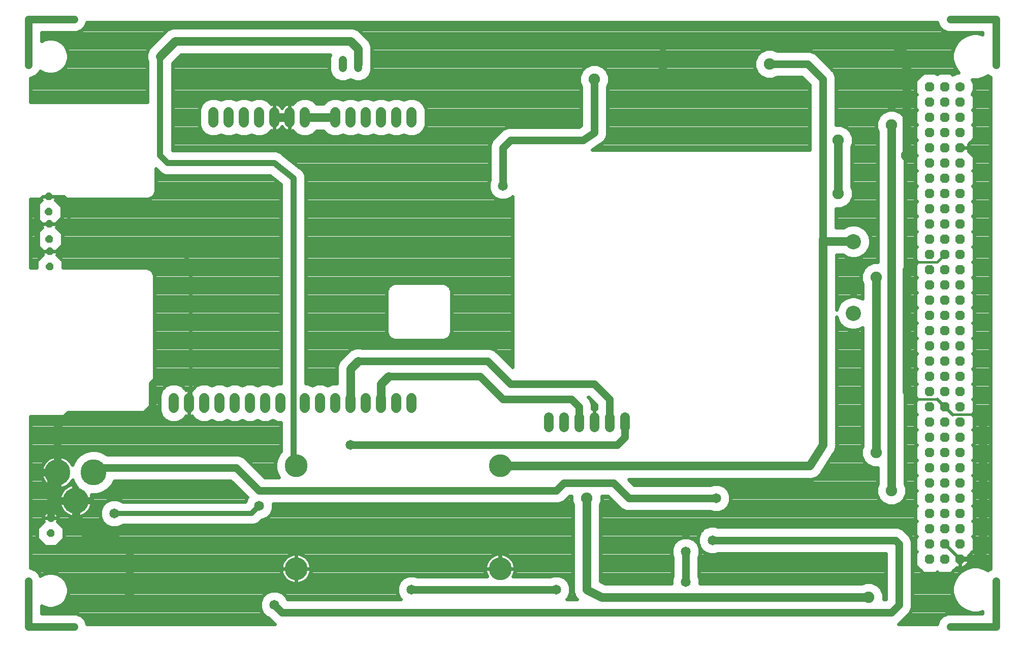
<source format=gbl>
G75*
%MOIN*%
%OFA0B0*%
%FSLAX25Y25*%
%IPPOS*%
%LPD*%
%AMOC8*
5,1,8,0,0,1.08239X$1,22.5*
%
%ADD10C,0.06600*%
%ADD11C,0.05400*%
%ADD12C,0.15000*%
%ADD13C,0.06496*%
%ADD14C,0.05000*%
%ADD15C,0.06300*%
%ADD16OC8,0.06300*%
%ADD17C,0.04950*%
%ADD18OC8,0.05000*%
%ADD19C,0.17000*%
%ADD20C,0.02400*%
%ADD21C,0.05600*%
%ADD22C,0.01600*%
%ADD23C,0.03200*%
%ADD24C,0.07518*%
%ADD25C,0.07087*%
%ADD26C,0.04000*%
%ADD27C,0.06496*%
%ADD28C,0.10000*%
D10*
X0154662Y0215300D02*
X0154662Y0221900D01*
X0164662Y0221900D02*
X0164662Y0215300D01*
X0174662Y0215300D02*
X0174662Y0221900D01*
X0184662Y0221900D02*
X0184662Y0215300D01*
X0194662Y0215300D02*
X0194662Y0221900D01*
X0204662Y0221900D02*
X0204662Y0215300D01*
X0214662Y0215300D02*
X0214662Y0221900D01*
X0224662Y0221900D02*
X0224662Y0215300D01*
X0240662Y0215300D02*
X0240662Y0221900D01*
X0250662Y0221900D02*
X0250662Y0215300D01*
X0260662Y0215300D02*
X0260662Y0221900D01*
X0270662Y0221900D02*
X0270662Y0215300D01*
X0280662Y0215300D02*
X0280662Y0221900D01*
X0290662Y0221900D02*
X0290662Y0215300D01*
X0300662Y0215300D02*
X0300662Y0221900D01*
X0310662Y0221900D02*
X0310662Y0215300D01*
X0310662Y0402800D02*
X0310662Y0409400D01*
X0300662Y0409400D02*
X0300662Y0402800D01*
X0290662Y0402800D02*
X0290662Y0409400D01*
X0280662Y0409400D02*
X0280662Y0402800D01*
X0270662Y0402800D02*
X0270662Y0409400D01*
X0260662Y0409400D02*
X0260662Y0402800D01*
X0240662Y0402800D02*
X0240662Y0409400D01*
X0230662Y0409400D02*
X0230662Y0402800D01*
X0220662Y0402800D02*
X0220662Y0409400D01*
X0210662Y0409400D02*
X0210662Y0402800D01*
X0200662Y0402800D02*
X0200662Y0409400D01*
X0190662Y0409400D02*
X0190662Y0402800D01*
X0180662Y0402800D02*
X0180662Y0409400D01*
D11*
X0265662Y0438400D02*
X0265662Y0443800D01*
X0275662Y0443800D02*
X0275662Y0438400D01*
D12*
X0234963Y0177350D03*
X0234963Y0109850D03*
X0368860Y0109850D03*
X0368860Y0177350D03*
D13*
X0400662Y0202852D02*
X0400662Y0209348D01*
X0410662Y0209348D02*
X0410662Y0202852D01*
X0420662Y0202852D02*
X0420662Y0209348D01*
X0430662Y0209348D02*
X0430662Y0202852D01*
X0440662Y0202852D02*
X0440662Y0209348D01*
X0450662Y0209348D02*
X0450662Y0202852D01*
D14*
X0089162Y0071700D02*
X0059162Y0071700D01*
X0059162Y0101700D01*
X0095662Y0133600D02*
X0090662Y0138600D01*
X0090662Y0154222D01*
X0090287Y0154596D01*
X0074831Y0154596D01*
X0073835Y0153600D01*
X0073835Y0168458D01*
X0078476Y0173100D01*
X0078449Y0172473D02*
X0078449Y0203888D01*
X0085662Y0211100D01*
X0135662Y0211100D01*
X0140662Y0216100D01*
X0140662Y0231100D01*
X0145662Y0236100D01*
X0160662Y0236100D01*
X0195662Y0176100D02*
X0105099Y0176100D01*
X0102099Y0173100D01*
X0073835Y0153600D02*
X0073835Y0143150D01*
X0095662Y0133600D02*
X0113162Y0133600D01*
X0125662Y0121100D01*
X0125662Y0091100D01*
X0220662Y0086100D02*
X0225662Y0081100D01*
X0625662Y0081100D01*
X0630662Y0086100D01*
X0630662Y0126100D01*
X0628162Y0128600D01*
X0508162Y0128600D01*
X0490662Y0121100D02*
X0490662Y0101100D01*
X0510662Y0156100D02*
X0453162Y0156100D01*
X0443162Y0166100D01*
X0410662Y0166100D01*
X0405662Y0161100D01*
X0210662Y0161100D01*
X0195662Y0176100D01*
X0270662Y0191100D02*
X0445662Y0191100D01*
X0450662Y0196100D01*
X0450662Y0206100D01*
X0440662Y0206100D02*
X0440662Y0221100D01*
X0430662Y0231100D01*
X0375662Y0231100D01*
X0360662Y0246100D01*
X0275662Y0246100D01*
X0295662Y0236100D02*
X0355662Y0236100D01*
X0370662Y0221100D01*
X0415662Y0221100D01*
X0420662Y0216100D01*
X0420662Y0206100D01*
X0405662Y0096100D02*
X0310662Y0096100D01*
X0580662Y0326100D02*
X0580662Y0431100D01*
X0570662Y0441100D01*
X0545662Y0441100D01*
X0430662Y0431100D02*
X0430662Y0396100D01*
X0423162Y0391100D01*
X0375662Y0391100D01*
X0370662Y0386100D01*
X0370662Y0361100D01*
X0089162Y0470500D02*
X0059162Y0470500D01*
X0059162Y0440500D01*
X0664162Y0470500D02*
X0694162Y0470500D01*
X0694162Y0440500D01*
X0694162Y0101700D02*
X0694162Y0071700D01*
X0664162Y0071700D01*
D15*
X0670662Y0426100D03*
D16*
X0660662Y0426100D03*
X0650662Y0426100D03*
X0650662Y0416100D03*
X0660662Y0416100D03*
X0670662Y0416100D03*
X0670662Y0406100D03*
X0670662Y0396100D03*
X0660662Y0396100D03*
X0660662Y0406100D03*
X0650662Y0406100D03*
X0650662Y0396100D03*
X0650662Y0386100D03*
X0660662Y0386100D03*
X0670662Y0386100D03*
X0670662Y0376100D03*
X0660662Y0376100D03*
X0650662Y0376100D03*
X0650662Y0366100D03*
X0660662Y0366100D03*
X0670662Y0366100D03*
X0670662Y0356100D03*
X0660662Y0356100D03*
X0650662Y0356100D03*
X0650662Y0346100D03*
X0660662Y0346100D03*
X0670662Y0346100D03*
X0670662Y0336100D03*
X0670662Y0326100D03*
X0660662Y0326100D03*
X0660662Y0336100D03*
X0650662Y0336100D03*
X0650662Y0326100D03*
X0650662Y0316100D03*
X0660662Y0316100D03*
X0670662Y0316100D03*
X0670662Y0306100D03*
X0660662Y0306100D03*
X0650662Y0306100D03*
X0650662Y0296100D03*
X0660662Y0296100D03*
X0670662Y0296100D03*
X0670662Y0286100D03*
X0660662Y0286100D03*
X0650662Y0286100D03*
X0650662Y0276100D03*
X0660662Y0276100D03*
X0670662Y0276100D03*
X0670662Y0266100D03*
X0660662Y0266100D03*
X0650662Y0266100D03*
X0650662Y0256100D03*
X0660662Y0256100D03*
X0670662Y0256100D03*
X0670662Y0246100D03*
X0660662Y0246100D03*
X0650662Y0246100D03*
X0650662Y0236100D03*
X0660662Y0236100D03*
X0670662Y0236100D03*
X0670662Y0226100D03*
X0660662Y0226100D03*
X0650662Y0226100D03*
X0650662Y0216100D03*
X0660662Y0216100D03*
X0670662Y0216100D03*
X0670662Y0206100D03*
X0660662Y0206100D03*
X0650662Y0206100D03*
X0650662Y0196100D03*
X0660662Y0196100D03*
X0670662Y0196100D03*
X0670662Y0186100D03*
X0660662Y0186100D03*
X0650662Y0186100D03*
X0650662Y0176100D03*
X0660662Y0176100D03*
X0670662Y0176100D03*
X0670662Y0166100D03*
X0660662Y0166100D03*
X0650662Y0166100D03*
X0650662Y0156100D03*
X0660662Y0156100D03*
X0670662Y0156100D03*
X0670662Y0146100D03*
X0670662Y0136100D03*
X0660662Y0136100D03*
X0660662Y0146100D03*
X0650662Y0146100D03*
X0650662Y0136100D03*
X0650662Y0126100D03*
X0660662Y0126100D03*
X0670662Y0126100D03*
X0670662Y0116100D03*
X0660662Y0116100D03*
X0650662Y0116100D03*
D17*
X0600662Y0277478D03*
X0600662Y0324722D03*
D18*
X0073401Y0318150D03*
X0072968Y0326150D03*
X0072968Y0336150D03*
X0072535Y0344150D03*
X0072535Y0354150D03*
X0073401Y0308150D03*
X0073835Y0143150D03*
X0073835Y0133150D03*
D19*
X0090287Y0154596D03*
X0078476Y0173100D03*
X0102099Y0173100D03*
D20*
X0115107Y0166232D02*
X0193226Y0166232D01*
X0192058Y0167400D02*
X0202829Y0156629D01*
X0202652Y0156452D01*
X0201595Y0153900D01*
X0121223Y0153900D01*
X0121013Y0154110D01*
X0117541Y0155548D01*
X0113782Y0155548D01*
X0110310Y0154110D01*
X0107652Y0151452D01*
X0106213Y0147979D01*
X0106213Y0144221D01*
X0107652Y0140748D01*
X0110310Y0138090D01*
X0113782Y0136652D01*
X0117541Y0136652D01*
X0121013Y0138090D01*
X0121223Y0138300D01*
X0207213Y0138300D01*
X0210080Y0139487D01*
X0212244Y0141652D01*
X0212541Y0141652D01*
X0216013Y0143090D01*
X0218671Y0145748D01*
X0220110Y0149221D01*
X0220110Y0152400D01*
X0407392Y0152400D01*
X0410590Y0153724D01*
X0414265Y0157400D01*
X0415702Y0157400D01*
X0415702Y0154119D01*
X0416662Y0151804D01*
X0416662Y0096419D01*
X0416557Y0094952D01*
X0416662Y0094639D01*
X0416662Y0094310D01*
X0417224Y0092951D01*
X0417689Y0091556D01*
X0417906Y0091307D01*
X0418032Y0091002D01*
X0419072Y0089962D01*
X0419212Y0089800D01*
X0412723Y0089800D01*
X0413671Y0090748D01*
X0415110Y0094221D01*
X0415110Y0097979D01*
X0413671Y0101452D01*
X0411013Y0104110D01*
X0407541Y0105548D01*
X0403782Y0105548D01*
X0401976Y0104800D01*
X0377379Y0104800D01*
X0377539Y0105054D01*
X0378021Y0106055D01*
X0378388Y0107105D01*
X0378636Y0108189D01*
X0378760Y0109294D01*
X0378760Y0109770D01*
X0368940Y0109770D01*
X0368940Y0109930D01*
X0368781Y0109930D01*
X0368781Y0119750D01*
X0368304Y0119750D01*
X0367199Y0119625D01*
X0366115Y0119378D01*
X0365066Y0119011D01*
X0364064Y0118528D01*
X0363122Y0117937D01*
X0362253Y0117243D01*
X0361467Y0116457D01*
X0360774Y0115588D01*
X0360182Y0114646D01*
X0359700Y0113645D01*
X0359332Y0112595D01*
X0359085Y0111511D01*
X0358960Y0110406D01*
X0358960Y0109930D01*
X0368781Y0109930D01*
X0368781Y0109770D01*
X0358960Y0109770D01*
X0358960Y0109294D01*
X0359085Y0108189D01*
X0359332Y0107105D01*
X0359700Y0106055D01*
X0360182Y0105054D01*
X0360341Y0104800D01*
X0314347Y0104800D01*
X0312541Y0105548D01*
X0308782Y0105548D01*
X0305310Y0104110D01*
X0302652Y0101452D01*
X0301213Y0097979D01*
X0301213Y0094221D01*
X0302652Y0090748D01*
X0303600Y0089800D01*
X0229355Y0089800D01*
X0228671Y0091452D01*
X0226013Y0094110D01*
X0222541Y0095548D01*
X0218782Y0095548D01*
X0215310Y0094110D01*
X0212652Y0091452D01*
X0211213Y0087979D01*
X0211213Y0084221D01*
X0212652Y0080748D01*
X0215310Y0078090D01*
X0217116Y0077342D01*
X0220733Y0073724D01*
X0221034Y0073600D01*
X0097791Y0073600D01*
X0096537Y0076628D01*
X0094090Y0079075D01*
X0090892Y0080400D01*
X0067862Y0080400D01*
X0067862Y0085468D01*
X0069328Y0084622D01*
X0072307Y0083824D01*
X0075390Y0083824D01*
X0078369Y0084622D01*
X0081040Y0086164D01*
X0083220Y0088344D01*
X0084762Y0091015D01*
X0085560Y0093993D01*
X0085560Y0097077D01*
X0084762Y0100056D01*
X0083220Y0102727D01*
X0081040Y0104907D01*
X0078369Y0106449D01*
X0075390Y0107247D01*
X0072307Y0107247D01*
X0069328Y0106449D01*
X0067135Y0105183D01*
X0066537Y0106628D01*
X0064090Y0109075D01*
X0060892Y0110400D01*
X0060662Y0110400D01*
X0060662Y0209900D01*
X0136895Y0209900D01*
X0139174Y0210844D01*
X0140918Y0212588D01*
X0141862Y0214867D01*
X0141862Y0302333D01*
X0140918Y0304612D01*
X0139174Y0306356D01*
X0136895Y0307300D01*
X0082101Y0307300D01*
X0082101Y0311753D01*
X0078018Y0315837D01*
X0078301Y0316120D01*
X0078301Y0318150D01*
X0078301Y0319180D01*
X0081668Y0322546D01*
X0081668Y0329753D01*
X0077585Y0333837D01*
X0077868Y0334120D01*
X0077868Y0336150D01*
X0077868Y0337180D01*
X0081235Y0340546D01*
X0081235Y0347753D01*
X0077151Y0351837D01*
X0077435Y0352120D01*
X0077435Y0352380D01*
X0137918Y0352380D01*
X0140197Y0353324D01*
X0141941Y0355068D01*
X0142885Y0357347D01*
X0142885Y0372280D01*
X0146017Y0369148D01*
X0149030Y0367900D01*
X0217785Y0367900D01*
X0224962Y0362159D01*
X0224962Y0231400D01*
X0222772Y0231400D01*
X0219662Y0230112D01*
X0216551Y0231400D01*
X0212772Y0231400D01*
X0209662Y0230112D01*
X0206551Y0231400D01*
X0202772Y0231400D01*
X0199662Y0230112D01*
X0196551Y0231400D01*
X0192772Y0231400D01*
X0189662Y0230112D01*
X0186551Y0231400D01*
X0182772Y0231400D01*
X0179662Y0230112D01*
X0176551Y0231400D01*
X0172772Y0231400D01*
X0169280Y0229954D01*
X0166608Y0227281D01*
X0166600Y0227263D01*
X0165996Y0227460D01*
X0165110Y0227600D01*
X0164662Y0227600D01*
X0164662Y0218600D01*
X0164662Y0209600D01*
X0165110Y0209600D01*
X0165996Y0209740D01*
X0166600Y0209937D01*
X0166608Y0209919D01*
X0169280Y0207246D01*
X0172772Y0205800D01*
X0176551Y0205800D01*
X0179662Y0207088D01*
X0182772Y0205800D01*
X0186551Y0205800D01*
X0189662Y0207088D01*
X0192772Y0205800D01*
X0196551Y0205800D01*
X0199662Y0207088D01*
X0202772Y0205800D01*
X0206551Y0205800D01*
X0209662Y0207088D01*
X0212772Y0205800D01*
X0216551Y0205800D01*
X0219662Y0207088D01*
X0222772Y0205800D01*
X0224962Y0205800D01*
X0224962Y0186724D01*
X0224000Y0185762D01*
X0222196Y0182638D01*
X0221263Y0179154D01*
X0221263Y0175546D01*
X0222196Y0172062D01*
X0223502Y0169800D01*
X0214265Y0169800D01*
X0203037Y0181028D01*
X0203037Y0181028D01*
X0200590Y0183475D01*
X0197392Y0184800D01*
X0111187Y0184800D01*
X0111125Y0184863D01*
X0107773Y0186798D01*
X0104034Y0187800D01*
X0100163Y0187800D01*
X0096425Y0186798D01*
X0093073Y0184863D01*
X0090336Y0182126D01*
X0088400Y0178774D01*
X0088201Y0178029D01*
X0088031Y0178381D01*
X0087380Y0179417D01*
X0086617Y0180375D01*
X0085751Y0181240D01*
X0084794Y0182004D01*
X0083757Y0182655D01*
X0082654Y0183186D01*
X0081499Y0183590D01*
X0080305Y0183863D01*
X0079676Y0183934D01*
X0079676Y0174300D01*
X0077276Y0174300D01*
X0077276Y0171900D01*
X0067643Y0171900D01*
X0067714Y0171271D01*
X0067986Y0170078D01*
X0068390Y0168922D01*
X0068922Y0167819D01*
X0069573Y0166783D01*
X0070336Y0165825D01*
X0071202Y0164960D01*
X0072159Y0164196D01*
X0073196Y0163545D01*
X0074299Y0163014D01*
X0075454Y0162609D01*
X0076648Y0162337D01*
X0077276Y0162266D01*
X0077276Y0171900D01*
X0079676Y0171900D01*
X0079676Y0162266D01*
X0080305Y0162337D01*
X0081499Y0162609D01*
X0082654Y0163014D01*
X0083757Y0163545D01*
X0084794Y0164196D01*
X0085751Y0164960D01*
X0086617Y0165825D01*
X0087380Y0166783D01*
X0088031Y0167819D01*
X0088201Y0168171D01*
X0088400Y0167426D01*
X0090336Y0164074D01*
X0091487Y0162922D01*
X0091487Y0155796D01*
X0089087Y0155796D01*
X0089087Y0153396D01*
X0079454Y0153396D01*
X0079525Y0152767D01*
X0079797Y0151574D01*
X0080201Y0150418D01*
X0080733Y0149315D01*
X0081384Y0148279D01*
X0082147Y0147321D01*
X0083013Y0146456D01*
X0083970Y0145692D01*
X0085007Y0145041D01*
X0086110Y0144510D01*
X0087265Y0144106D01*
X0088459Y0143833D01*
X0089087Y0143762D01*
X0089087Y0153396D01*
X0091487Y0153396D01*
X0091487Y0143762D01*
X0092116Y0143833D01*
X0093310Y0144106D01*
X0094465Y0144510D01*
X0095568Y0145041D01*
X0096605Y0145692D01*
X0097562Y0146456D01*
X0098428Y0147321D01*
X0099191Y0148279D01*
X0099842Y0149315D01*
X0100374Y0150418D01*
X0100778Y0151574D01*
X0101050Y0152767D01*
X0101121Y0153396D01*
X0091488Y0153396D01*
X0091488Y0155796D01*
X0101121Y0155796D01*
X0101050Y0156425D01*
X0100778Y0157618D01*
X0100504Y0158400D01*
X0104034Y0158400D01*
X0107773Y0159402D01*
X0111125Y0161337D01*
X0113861Y0164074D01*
X0115782Y0167400D01*
X0192058Y0167400D01*
X0195624Y0163833D02*
X0113621Y0163833D01*
X0111222Y0161435D02*
X0198023Y0161435D01*
X0200421Y0159036D02*
X0106409Y0159036D01*
X0101002Y0156638D02*
X0202820Y0156638D01*
X0201735Y0154239D02*
X0120700Y0154239D01*
X0110623Y0154239D02*
X0091488Y0154239D01*
X0091487Y0151841D02*
X0089087Y0151841D01*
X0089087Y0154239D02*
X0060662Y0154239D01*
X0060662Y0151841D02*
X0079736Y0151841D01*
X0080671Y0149442D02*
X0060662Y0149442D01*
X0060662Y0147044D02*
X0070799Y0147044D01*
X0071805Y0148050D02*
X0068935Y0145179D01*
X0068935Y0143150D01*
X0073834Y0143150D01*
X0073834Y0143150D01*
X0068935Y0143150D01*
X0068935Y0141120D01*
X0069218Y0140837D01*
X0065135Y0136753D01*
X0065135Y0129546D01*
X0070231Y0124450D01*
X0077438Y0124450D01*
X0082535Y0129546D01*
X0082535Y0136753D01*
X0078451Y0140837D01*
X0078735Y0141120D01*
X0078735Y0143150D01*
X0078735Y0145179D01*
X0075864Y0148050D01*
X0073835Y0148050D01*
X0073835Y0143150D01*
X0078735Y0143150D01*
X0073835Y0143150D01*
X0073835Y0143150D01*
X0073835Y0143150D01*
X0073835Y0148050D01*
X0071805Y0148050D01*
X0073835Y0147044D02*
X0073835Y0147044D01*
X0073835Y0144645D02*
X0073835Y0144645D01*
X0076870Y0147044D02*
X0082425Y0147044D01*
X0085828Y0144645D02*
X0078735Y0144645D01*
X0078735Y0142247D02*
X0107031Y0142247D01*
X0106213Y0144645D02*
X0094747Y0144645D01*
X0091487Y0144645D02*
X0089087Y0144645D01*
X0089087Y0147044D02*
X0091487Y0147044D01*
X0091487Y0149442D02*
X0089087Y0149442D01*
X0089087Y0155796D02*
X0079454Y0155796D01*
X0079525Y0156425D01*
X0079797Y0157618D01*
X0080201Y0158774D01*
X0080733Y0159877D01*
X0081384Y0160914D01*
X0082147Y0161871D01*
X0083013Y0162736D01*
X0083970Y0163500D01*
X0085007Y0164151D01*
X0086110Y0164682D01*
X0087265Y0165087D01*
X0088459Y0165359D01*
X0089087Y0165430D01*
X0089087Y0155796D01*
X0089087Y0156638D02*
X0091487Y0156638D01*
X0091487Y0159036D02*
X0089087Y0159036D01*
X0089087Y0161435D02*
X0091487Y0161435D01*
X0090576Y0163833D02*
X0089087Y0163833D01*
X0089090Y0166232D02*
X0086941Y0166232D01*
X0084501Y0163833D02*
X0084216Y0163833D01*
X0081800Y0161435D02*
X0060662Y0161435D01*
X0060662Y0163833D02*
X0072737Y0163833D01*
X0070012Y0166232D02*
X0060662Y0166232D01*
X0060662Y0168630D02*
X0068531Y0168630D01*
X0067769Y0171029D02*
X0060662Y0171029D01*
X0060662Y0173428D02*
X0077276Y0173428D01*
X0077276Y0174300D02*
X0067643Y0174300D01*
X0067714Y0174929D01*
X0067986Y0176122D01*
X0068390Y0177278D01*
X0068922Y0178381D01*
X0069573Y0179417D01*
X0070336Y0180375D01*
X0071202Y0181240D01*
X0072159Y0182004D01*
X0073196Y0182655D01*
X0074299Y0183186D01*
X0075454Y0183590D01*
X0076648Y0183863D01*
X0077276Y0183934D01*
X0077276Y0174300D01*
X0077276Y0175826D02*
X0079676Y0175826D01*
X0079676Y0178225D02*
X0077276Y0178225D01*
X0077276Y0180623D02*
X0079676Y0180623D01*
X0079676Y0183022D02*
X0077276Y0183022D01*
X0073957Y0183022D02*
X0060662Y0183022D01*
X0060662Y0185420D02*
X0094038Y0185420D01*
X0091231Y0183022D02*
X0082996Y0183022D01*
X0086368Y0180623D02*
X0089468Y0180623D01*
X0088253Y0178225D02*
X0088107Y0178225D01*
X0079676Y0171029D02*
X0077276Y0171029D01*
X0077276Y0168630D02*
X0079676Y0168630D01*
X0079676Y0166232D02*
X0077276Y0166232D01*
X0077276Y0163833D02*
X0079676Y0163833D01*
X0080328Y0159036D02*
X0060662Y0159036D01*
X0060662Y0156638D02*
X0079573Y0156638D01*
X0068935Y0144645D02*
X0060662Y0144645D01*
X0060662Y0142247D02*
X0068935Y0142247D01*
X0068229Y0139848D02*
X0060662Y0139848D01*
X0060662Y0137450D02*
X0065831Y0137450D01*
X0065135Y0135051D02*
X0060662Y0135051D01*
X0060662Y0132653D02*
X0065135Y0132653D01*
X0065135Y0130254D02*
X0060662Y0130254D01*
X0060662Y0127856D02*
X0066825Y0127856D01*
X0069224Y0125457D02*
X0060662Y0125457D01*
X0060662Y0123059D02*
X0416662Y0123059D01*
X0416662Y0125457D02*
X0078446Y0125457D01*
X0080844Y0127856D02*
X0416662Y0127856D01*
X0416662Y0130254D02*
X0082535Y0130254D01*
X0082535Y0132653D02*
X0416662Y0132653D01*
X0416662Y0135051D02*
X0082535Y0135051D01*
X0081838Y0137450D02*
X0111856Y0137450D01*
X0108552Y0139848D02*
X0079440Y0139848D01*
X0098150Y0147044D02*
X0106213Y0147044D01*
X0106820Y0149442D02*
X0099904Y0149442D01*
X0100839Y0151841D02*
X0108041Y0151841D01*
X0119467Y0137450D02*
X0416662Y0137450D01*
X0416662Y0139848D02*
X0210441Y0139848D01*
X0213977Y0142247D02*
X0416662Y0142247D01*
X0416662Y0144645D02*
X0217568Y0144645D01*
X0219208Y0147044D02*
X0416662Y0147044D01*
X0416662Y0149442D02*
X0220110Y0149442D01*
X0220110Y0151841D02*
X0416646Y0151841D01*
X0415702Y0154239D02*
X0411105Y0154239D01*
X0413503Y0156638D02*
X0415702Y0156638D01*
X0434662Y0151804D02*
X0435621Y0154119D01*
X0435621Y0157400D01*
X0439558Y0157400D01*
X0448233Y0148724D01*
X0451431Y0147400D01*
X0506976Y0147400D01*
X0508782Y0146652D01*
X0512541Y0146652D01*
X0516013Y0148090D01*
X0518671Y0150748D01*
X0520110Y0154221D01*
X0520110Y0157979D01*
X0518671Y0161452D01*
X0516013Y0164110D01*
X0512541Y0165548D01*
X0508782Y0165548D01*
X0506976Y0164800D01*
X0456765Y0164800D01*
X0453215Y0168350D01*
X0571126Y0168350D01*
X0572116Y0168176D01*
X0572899Y0168350D01*
X0573702Y0168350D01*
X0574630Y0168735D01*
X0575611Y0168953D01*
X0576268Y0169413D01*
X0577010Y0169720D01*
X0577720Y0170431D01*
X0578543Y0171008D01*
X0578974Y0171685D01*
X0579541Y0172252D01*
X0579926Y0173180D01*
X0587724Y0185435D01*
X0588291Y0186002D01*
X0588676Y0186930D01*
X0589216Y0187778D01*
X0589354Y0188569D01*
X0589662Y0189310D01*
X0589662Y0190315D01*
X0589836Y0191305D01*
X0589662Y0192088D01*
X0589662Y0275254D01*
X0590225Y0273152D01*
X0591699Y0270598D01*
X0593785Y0268513D01*
X0596338Y0267038D01*
X0599187Y0266275D01*
X0602136Y0266275D01*
X0604985Y0267038D01*
X0606662Y0268006D01*
X0606662Y0190396D01*
X0605702Y0188081D01*
X0605702Y0184119D01*
X0607219Y0180459D01*
X0610020Y0177657D01*
X0613681Y0176141D01*
X0616662Y0176141D01*
X0616662Y0165396D01*
X0615702Y0163081D01*
X0615702Y0159119D01*
X0617219Y0155459D01*
X0620020Y0152657D01*
X0623681Y0151141D01*
X0627642Y0151141D01*
X0631303Y0152657D01*
X0634104Y0155459D01*
X0635621Y0159119D01*
X0635621Y0163081D01*
X0634662Y0165396D01*
X0634662Y0396804D01*
X0635621Y0399119D01*
X0635621Y0403081D01*
X0634104Y0406741D01*
X0631303Y0409543D01*
X0627642Y0411059D01*
X0623681Y0411059D01*
X0620020Y0409543D01*
X0617219Y0406741D01*
X0615702Y0403081D01*
X0615702Y0399119D01*
X0616662Y0396804D01*
X0616662Y0311059D01*
X0613681Y0311059D01*
X0610020Y0309543D01*
X0607219Y0306741D01*
X0605702Y0303081D01*
X0605702Y0299119D01*
X0606662Y0296804D01*
X0606662Y0286944D01*
X0604985Y0287912D01*
X0602136Y0288675D01*
X0599187Y0288675D01*
X0596338Y0287912D01*
X0593785Y0286437D01*
X0591699Y0284352D01*
X0590225Y0281798D01*
X0589662Y0279696D01*
X0589662Y0315722D01*
X0593825Y0315722D01*
X0593910Y0315638D01*
X0596463Y0314163D01*
X0599312Y0313400D01*
X0602261Y0313400D01*
X0605110Y0314163D01*
X0607663Y0315638D01*
X0609749Y0317723D01*
X0611223Y0320277D01*
X0611987Y0323125D01*
X0611987Y0326075D01*
X0611223Y0328923D01*
X0609749Y0331477D01*
X0607663Y0333562D01*
X0605110Y0335037D01*
X0602261Y0335800D01*
X0599312Y0335800D01*
X0596463Y0335037D01*
X0594186Y0333722D01*
X0589362Y0333722D01*
X0589362Y0346141D01*
X0592642Y0346141D01*
X0596303Y0347657D01*
X0599104Y0350459D01*
X0600621Y0354119D01*
X0600621Y0358081D01*
X0599662Y0360396D01*
X0599662Y0386804D01*
X0600621Y0389119D01*
X0600621Y0393081D01*
X0599104Y0396741D01*
X0596303Y0399543D01*
X0592642Y0401059D01*
X0589362Y0401059D01*
X0589362Y0432831D01*
X0588037Y0436028D01*
X0575590Y0448475D01*
X0572392Y0449800D01*
X0550682Y0449800D01*
X0547642Y0451059D01*
X0543681Y0451059D01*
X0540020Y0449543D01*
X0537219Y0446741D01*
X0535702Y0443081D01*
X0535702Y0439119D01*
X0537219Y0435459D01*
X0540020Y0432657D01*
X0543681Y0431141D01*
X0547642Y0431141D01*
X0550682Y0432400D01*
X0567058Y0432400D01*
X0571962Y0427496D01*
X0571962Y0384800D01*
X0429396Y0384800D01*
X0434778Y0388388D01*
X0435590Y0388724D01*
X0436204Y0389339D01*
X0436927Y0389821D01*
X0437416Y0390551D01*
X0438037Y0391172D01*
X0438370Y0391975D01*
X0438853Y0392697D01*
X0439025Y0393558D01*
X0439362Y0394369D01*
X0439362Y0395239D01*
X0439532Y0396091D01*
X0439362Y0396952D01*
X0439362Y0426079D01*
X0440621Y0429119D01*
X0440621Y0433081D01*
X0439104Y0436741D01*
X0436303Y0439543D01*
X0432642Y0441059D01*
X0428681Y0441059D01*
X0425020Y0439543D01*
X0422219Y0436741D01*
X0420702Y0433081D01*
X0420702Y0429119D01*
X0421962Y0426079D01*
X0421962Y0400756D01*
X0420527Y0399800D01*
X0373931Y0399800D01*
X0370733Y0398475D01*
X0368286Y0396028D01*
X0363286Y0391028D01*
X0361962Y0387831D01*
X0361962Y0364785D01*
X0361213Y0362979D01*
X0361213Y0359221D01*
X0362652Y0355748D01*
X0365310Y0353090D01*
X0368782Y0351652D01*
X0372541Y0351652D01*
X0376013Y0353090D01*
X0376962Y0354038D01*
X0376962Y0242104D01*
X0365590Y0253475D01*
X0362392Y0254800D01*
X0278176Y0254800D01*
X0277452Y0255100D01*
X0273871Y0255100D01*
X0270563Y0253730D01*
X0263032Y0246198D01*
X0261662Y0242890D01*
X0261662Y0231400D01*
X0258772Y0231400D01*
X0255662Y0230112D01*
X0252551Y0231400D01*
X0248772Y0231400D01*
X0245662Y0230112D01*
X0242551Y0231400D01*
X0241362Y0231400D01*
X0241362Y0364936D01*
X0241491Y0365384D01*
X0241362Y0366554D01*
X0241362Y0367731D01*
X0241183Y0368163D01*
X0241131Y0368627D01*
X0240564Y0369658D01*
X0240113Y0370745D01*
X0239783Y0371075D01*
X0239558Y0371484D01*
X0238639Y0372219D01*
X0237806Y0373052D01*
X0237375Y0373230D01*
X0226139Y0382219D01*
X0225306Y0383052D01*
X0224875Y0383230D01*
X0224510Y0383522D01*
X0223380Y0383850D01*
X0222293Y0384300D01*
X0221826Y0384300D01*
X0221377Y0384430D01*
X0220207Y0384300D01*
X0154058Y0384300D01*
X0153862Y0384497D01*
X0361962Y0384497D01*
X0361962Y0386895D02*
X0153862Y0386895D01*
X0153862Y0384497D02*
X0153862Y0441572D01*
X0159389Y0447100D01*
X0257395Y0447100D01*
X0256762Y0445570D01*
X0256762Y0436630D01*
X0258116Y0433359D01*
X0260620Y0430855D01*
X0263891Y0429500D01*
X0267432Y0429500D01*
X0270662Y0430838D01*
X0273891Y0429500D01*
X0277432Y0429500D01*
X0280703Y0430855D01*
X0283207Y0433359D01*
X0284562Y0436630D01*
X0284562Y0439068D01*
X0284662Y0439310D01*
X0284662Y0452890D01*
X0283291Y0456198D01*
X0278291Y0461198D01*
X0275760Y0463730D01*
X0272452Y0465100D01*
X0153871Y0465100D01*
X0150563Y0463730D01*
X0138032Y0451198D01*
X0136662Y0447890D01*
X0136662Y0444310D01*
X0137462Y0442378D01*
X0137462Y0415961D01*
X0060662Y0415961D01*
X0060662Y0431800D01*
X0060892Y0431800D01*
X0064090Y0433124D01*
X0066537Y0435572D01*
X0066927Y0436514D01*
X0069328Y0435128D01*
X0072307Y0434330D01*
X0075390Y0434330D01*
X0078369Y0435128D01*
X0081040Y0436670D01*
X0083220Y0438851D01*
X0084762Y0441521D01*
X0085560Y0444500D01*
X0085560Y0447584D01*
X0084762Y0450562D01*
X0083220Y0453233D01*
X0081040Y0455414D01*
X0078369Y0456956D01*
X0075390Y0457754D01*
X0072307Y0457754D01*
X0069328Y0456956D01*
X0067862Y0456109D01*
X0067862Y0461800D01*
X0090892Y0461800D01*
X0094090Y0463124D01*
X0096537Y0465572D01*
X0097791Y0468600D01*
X0655532Y0468600D01*
X0656786Y0465572D01*
X0659233Y0463124D01*
X0662431Y0461800D01*
X0685462Y0461800D01*
X0685462Y0460550D01*
X0682663Y0461300D01*
X0678660Y0461300D01*
X0674795Y0460264D01*
X0671328Y0458263D01*
X0668498Y0455433D01*
X0666497Y0451967D01*
X0665462Y0448101D01*
X0665462Y0444099D01*
X0666497Y0440233D01*
X0668498Y0436767D01*
X0669815Y0435450D01*
X0668802Y0435450D01*
X0665784Y0434200D01*
X0664534Y0435450D01*
X0656789Y0435450D01*
X0655662Y0434323D01*
X0654534Y0435450D01*
X0646789Y0435450D01*
X0641312Y0429973D01*
X0641312Y0422227D01*
X0642439Y0421100D01*
X0641312Y0419973D01*
X0641312Y0412227D01*
X0642439Y0411100D01*
X0641312Y0409973D01*
X0641312Y0402227D01*
X0642439Y0401100D01*
X0641312Y0399973D01*
X0641312Y0392227D01*
X0642439Y0391100D01*
X0641312Y0389973D01*
X0641312Y0382227D01*
X0642439Y0381100D01*
X0641312Y0379973D01*
X0641312Y0372227D01*
X0642439Y0371100D01*
X0641312Y0369973D01*
X0641312Y0362227D01*
X0642439Y0361100D01*
X0641312Y0359973D01*
X0641312Y0352227D01*
X0642439Y0351100D01*
X0641312Y0349973D01*
X0641312Y0342227D01*
X0642439Y0341100D01*
X0641312Y0339973D01*
X0641312Y0332227D01*
X0642439Y0331100D01*
X0641312Y0329973D01*
X0641312Y0322227D01*
X0642439Y0321100D01*
X0641312Y0319973D01*
X0641312Y0312227D01*
X0642439Y0311100D01*
X0641312Y0309973D01*
X0641312Y0302227D01*
X0642439Y0301100D01*
X0641312Y0299973D01*
X0641312Y0292227D01*
X0642439Y0291100D01*
X0641312Y0289973D01*
X0641312Y0282227D01*
X0642439Y0281100D01*
X0641312Y0279973D01*
X0641312Y0272227D01*
X0642439Y0271100D01*
X0641312Y0269973D01*
X0641312Y0262227D01*
X0642439Y0261100D01*
X0641312Y0259973D01*
X0641312Y0252227D01*
X0642439Y0251100D01*
X0641312Y0249973D01*
X0641312Y0242227D01*
X0642439Y0241100D01*
X0641312Y0239973D01*
X0641312Y0232227D01*
X0642439Y0231100D01*
X0641312Y0229973D01*
X0641312Y0222227D01*
X0642439Y0221100D01*
X0641312Y0219973D01*
X0641312Y0212227D01*
X0642439Y0211100D01*
X0641312Y0209973D01*
X0641312Y0202227D01*
X0642439Y0201100D01*
X0641312Y0199973D01*
X0641312Y0192227D01*
X0642439Y0191100D01*
X0641312Y0189973D01*
X0641312Y0182227D01*
X0642439Y0181100D01*
X0641312Y0179973D01*
X0641312Y0172227D01*
X0642439Y0171100D01*
X0641312Y0169973D01*
X0641312Y0162227D01*
X0642439Y0161100D01*
X0641312Y0159973D01*
X0641312Y0152227D01*
X0642439Y0151100D01*
X0641312Y0149973D01*
X0641312Y0142227D01*
X0642439Y0141100D01*
X0641312Y0139973D01*
X0641312Y0132227D01*
X0642439Y0131100D01*
X0641312Y0129973D01*
X0641312Y0122227D01*
X0642439Y0121100D01*
X0641312Y0119973D01*
X0641312Y0112227D01*
X0646789Y0106750D01*
X0654534Y0106750D01*
X0655662Y0107877D01*
X0656789Y0106750D01*
X0664534Y0106750D01*
X0668349Y0110564D01*
X0668363Y0110550D01*
X0670661Y0110550D01*
X0670661Y0116100D01*
X0670662Y0116100D01*
X0676212Y0116100D01*
X0676212Y0118399D01*
X0676197Y0118413D01*
X0680012Y0122227D01*
X0680012Y0129973D01*
X0678884Y0131100D01*
X0680012Y0132227D01*
X0680012Y0139973D01*
X0678884Y0141100D01*
X0680012Y0142227D01*
X0680012Y0149973D01*
X0678884Y0151100D01*
X0680012Y0152227D01*
X0680012Y0159973D01*
X0678884Y0161100D01*
X0680012Y0162227D01*
X0680012Y0169973D01*
X0678884Y0171100D01*
X0680012Y0172227D01*
X0680012Y0179973D01*
X0678884Y0181100D01*
X0680012Y0182227D01*
X0680012Y0189973D01*
X0678884Y0191100D01*
X0680012Y0192227D01*
X0680012Y0199973D01*
X0678884Y0201100D01*
X0680012Y0202227D01*
X0680012Y0209973D01*
X0678884Y0211100D01*
X0680012Y0212227D01*
X0680012Y0219973D01*
X0678884Y0221100D01*
X0680012Y0222227D01*
X0680012Y0229973D01*
X0678884Y0231100D01*
X0680012Y0232227D01*
X0680012Y0239973D01*
X0678884Y0241100D01*
X0680012Y0242227D01*
X0680012Y0249973D01*
X0678884Y0251100D01*
X0680012Y0252227D01*
X0680012Y0259973D01*
X0678884Y0261100D01*
X0680012Y0262227D01*
X0680012Y0269973D01*
X0678884Y0271100D01*
X0680012Y0272227D01*
X0680012Y0279973D01*
X0678884Y0281100D01*
X0680012Y0282227D01*
X0680012Y0289973D01*
X0678884Y0291100D01*
X0680012Y0292227D01*
X0680012Y0299973D01*
X0678884Y0301100D01*
X0680012Y0302227D01*
X0680012Y0309973D01*
X0678884Y0311100D01*
X0680012Y0312227D01*
X0680012Y0319973D01*
X0678884Y0321100D01*
X0680012Y0322227D01*
X0680012Y0329973D01*
X0678884Y0331100D01*
X0680012Y0332227D01*
X0680012Y0339973D01*
X0678884Y0341100D01*
X0680012Y0342227D01*
X0680012Y0349973D01*
X0678884Y0351100D01*
X0680012Y0352227D01*
X0680012Y0359973D01*
X0678884Y0361100D01*
X0680012Y0362227D01*
X0680012Y0369973D01*
X0678884Y0371100D01*
X0680012Y0372227D01*
X0680012Y0379973D01*
X0676197Y0383787D01*
X0676212Y0383801D01*
X0676212Y0386100D01*
X0676212Y0388399D01*
X0676197Y0388413D01*
X0680012Y0392227D01*
X0680012Y0399973D01*
X0678884Y0401100D01*
X0680012Y0402227D01*
X0680012Y0409973D01*
X0678884Y0411100D01*
X0680012Y0412227D01*
X0680012Y0419973D01*
X0678762Y0421223D01*
X0680012Y0424240D01*
X0680012Y0427960D01*
X0678794Y0430900D01*
X0682663Y0430900D01*
X0686528Y0431936D01*
X0688997Y0433361D01*
X0689233Y0433124D01*
X0690662Y0432533D01*
X0690662Y0109667D01*
X0689233Y0109075D01*
X0688997Y0108839D01*
X0686528Y0110264D01*
X0682663Y0111300D01*
X0678660Y0111300D01*
X0674795Y0110264D01*
X0671328Y0108263D01*
X0668498Y0105433D01*
X0666497Y0101967D01*
X0665462Y0098101D01*
X0665462Y0094099D01*
X0666497Y0090233D01*
X0668498Y0086767D01*
X0671328Y0083937D01*
X0674795Y0081936D01*
X0678660Y0080900D01*
X0682663Y0080900D01*
X0685462Y0081650D01*
X0685462Y0080400D01*
X0662431Y0080400D01*
X0659233Y0079075D01*
X0656786Y0076628D01*
X0655532Y0073600D01*
X0630289Y0073600D01*
X0630590Y0073724D01*
X0633037Y0076172D01*
X0638037Y0081172D01*
X0639362Y0084369D01*
X0639362Y0127831D01*
X0638037Y0131028D01*
X0635590Y0133475D01*
X0633090Y0135975D01*
X0629892Y0137300D01*
X0511847Y0137300D01*
X0510041Y0138048D01*
X0506282Y0138048D01*
X0502810Y0136610D01*
X0500152Y0133952D01*
X0498713Y0130479D01*
X0498713Y0126721D01*
X0500152Y0123248D01*
X0502810Y0120590D01*
X0506282Y0119152D01*
X0510041Y0119152D01*
X0511847Y0119900D01*
X0621962Y0119900D01*
X0621962Y0089800D01*
X0620621Y0089800D01*
X0620621Y0093081D01*
X0619104Y0096741D01*
X0616303Y0099543D01*
X0612642Y0101059D01*
X0608681Y0101059D01*
X0606365Y0100100D01*
X0500110Y0100100D01*
X0500110Y0102979D01*
X0499362Y0104785D01*
X0499362Y0117415D01*
X0500110Y0119221D01*
X0500110Y0122979D01*
X0498671Y0126452D01*
X0496013Y0129110D01*
X0492541Y0130548D01*
X0488782Y0130548D01*
X0485310Y0129110D01*
X0482652Y0126452D01*
X0481213Y0122979D01*
X0481213Y0119221D01*
X0481962Y0117415D01*
X0481962Y0104785D01*
X0481213Y0102979D01*
X0481213Y0100100D01*
X0437786Y0100100D01*
X0434662Y0101662D01*
X0434662Y0151804D01*
X0434677Y0151841D02*
X0445117Y0151841D01*
X0442718Y0154239D02*
X0435621Y0154239D01*
X0435621Y0156638D02*
X0440320Y0156638D01*
X0434662Y0149442D02*
X0447515Y0149442D01*
X0434662Y0147044D02*
X0507836Y0147044D01*
X0513487Y0147044D02*
X0641312Y0147044D01*
X0641312Y0149442D02*
X0517365Y0149442D01*
X0519124Y0151841D02*
X0621991Y0151841D01*
X0618438Y0154239D02*
X0520110Y0154239D01*
X0520110Y0156638D02*
X0616730Y0156638D01*
X0615737Y0159036D02*
X0519672Y0159036D01*
X0518678Y0161435D02*
X0615702Y0161435D01*
X0616014Y0163833D02*
X0516290Y0163833D01*
X0511485Y0137450D02*
X0641312Y0137450D01*
X0641312Y0139848D02*
X0434662Y0139848D01*
X0434662Y0137450D02*
X0504838Y0137450D01*
X0501251Y0135051D02*
X0434662Y0135051D01*
X0434662Y0132653D02*
X0499614Y0132653D01*
X0498713Y0130254D02*
X0493250Y0130254D01*
X0497267Y0127856D02*
X0498713Y0127856D01*
X0499083Y0125457D02*
X0499237Y0125457D01*
X0500077Y0123059D02*
X0500341Y0123059D01*
X0500110Y0120660D02*
X0502740Y0120660D01*
X0499712Y0118262D02*
X0621962Y0118262D01*
X0621962Y0115863D02*
X0499362Y0115863D01*
X0499362Y0113465D02*
X0621962Y0113465D01*
X0621962Y0111066D02*
X0499362Y0111066D01*
X0499362Y0108668D02*
X0621962Y0108668D01*
X0621962Y0106269D02*
X0499362Y0106269D01*
X0499740Y0103871D02*
X0621962Y0103871D01*
X0621962Y0101472D02*
X0500110Y0101472D01*
X0481583Y0103871D02*
X0434662Y0103871D01*
X0434662Y0106269D02*
X0481962Y0106269D01*
X0481962Y0108668D02*
X0434662Y0108668D01*
X0434662Y0111066D02*
X0481962Y0111066D01*
X0481962Y0113465D02*
X0434662Y0113465D01*
X0434662Y0115863D02*
X0481962Y0115863D01*
X0481611Y0118262D02*
X0434662Y0118262D01*
X0434662Y0120660D02*
X0481213Y0120660D01*
X0481246Y0123059D02*
X0434662Y0123059D01*
X0434662Y0125457D02*
X0482240Y0125457D01*
X0484056Y0127856D02*
X0434662Y0127856D01*
X0434662Y0130254D02*
X0488073Y0130254D01*
X0481213Y0101472D02*
X0435042Y0101472D01*
X0416662Y0101472D02*
X0413651Y0101472D01*
X0414656Y0099074D02*
X0416662Y0099074D01*
X0416662Y0096675D02*
X0415110Y0096675D01*
X0415110Y0094277D02*
X0416675Y0094277D01*
X0417582Y0091878D02*
X0414139Y0091878D01*
X0416662Y0103871D02*
X0411252Y0103871D01*
X0416662Y0106269D02*
X0378096Y0106269D01*
X0378690Y0108668D02*
X0416662Y0108668D01*
X0416662Y0111066D02*
X0378686Y0111066D01*
X0378636Y0111511D02*
X0378388Y0112595D01*
X0378021Y0113645D01*
X0377539Y0114646D01*
X0376947Y0115588D01*
X0376254Y0116457D01*
X0375468Y0117243D01*
X0374598Y0117937D01*
X0373657Y0118528D01*
X0372655Y0119011D01*
X0371605Y0119378D01*
X0370521Y0119625D01*
X0369416Y0119750D01*
X0368940Y0119750D01*
X0368940Y0109930D01*
X0378760Y0109930D01*
X0378760Y0110406D01*
X0378636Y0111511D01*
X0378084Y0113465D02*
X0416662Y0113465D01*
X0416662Y0115863D02*
X0376728Y0115863D01*
X0374081Y0118262D02*
X0416662Y0118262D01*
X0416662Y0120660D02*
X0060662Y0120660D01*
X0060662Y0118262D02*
X0229742Y0118262D01*
X0230166Y0118528D02*
X0229225Y0117937D01*
X0228355Y0117243D01*
X0227569Y0116457D01*
X0226876Y0115588D01*
X0226284Y0114646D01*
X0225802Y0113645D01*
X0225435Y0112595D01*
X0225187Y0111511D01*
X0225063Y0110406D01*
X0225063Y0109930D01*
X0234883Y0109930D01*
X0234883Y0119750D01*
X0234407Y0119750D01*
X0233302Y0119625D01*
X0232218Y0119378D01*
X0231168Y0119011D01*
X0230166Y0118528D01*
X0227096Y0115863D02*
X0060662Y0115863D01*
X0060662Y0113465D02*
X0225739Y0113465D01*
X0225137Y0111066D02*
X0060662Y0111066D01*
X0064497Y0108668D02*
X0225133Y0108668D01*
X0225187Y0108189D02*
X0225063Y0109294D01*
X0225063Y0109770D01*
X0234883Y0109770D01*
X0235042Y0109770D01*
X0235042Y0099950D01*
X0235519Y0099950D01*
X0236624Y0100074D01*
X0237708Y0100322D01*
X0238757Y0100689D01*
X0239759Y0101172D01*
X0240701Y0101763D01*
X0241570Y0102457D01*
X0242356Y0103243D01*
X0243049Y0104112D01*
X0243641Y0105054D01*
X0244123Y0106055D01*
X0244491Y0107105D01*
X0244738Y0108189D01*
X0244863Y0109294D01*
X0244863Y0109770D01*
X0235042Y0109770D01*
X0235042Y0109930D01*
X0234883Y0109930D01*
X0234883Y0109770D01*
X0234883Y0099950D01*
X0234407Y0099950D01*
X0233302Y0100074D01*
X0232218Y0100322D01*
X0231168Y0100689D01*
X0230166Y0101172D01*
X0229225Y0101763D01*
X0228355Y0102457D01*
X0227569Y0103243D01*
X0226876Y0104112D01*
X0226284Y0105054D01*
X0225802Y0106055D01*
X0225435Y0107105D01*
X0225187Y0108189D01*
X0225727Y0106269D02*
X0078681Y0106269D01*
X0082076Y0103871D02*
X0227068Y0103871D01*
X0229688Y0101472D02*
X0083944Y0101472D01*
X0085025Y0099074D02*
X0301667Y0099074D01*
X0301213Y0096675D02*
X0085560Y0096675D01*
X0085560Y0094277D02*
X0215713Y0094277D01*
X0213078Y0091878D02*
X0084993Y0091878D01*
X0083876Y0089480D02*
X0211835Y0089480D01*
X0211213Y0087081D02*
X0081957Y0087081D01*
X0078475Y0084683D02*
X0211213Y0084683D01*
X0212016Y0082284D02*
X0067862Y0082284D01*
X0067862Y0084683D02*
X0069222Y0084683D01*
X0092134Y0079886D02*
X0213514Y0079886D01*
X0216766Y0077487D02*
X0095678Y0077487D01*
X0097175Y0075089D02*
X0219369Y0075089D01*
X0228245Y0091878D02*
X0302184Y0091878D01*
X0301213Y0094277D02*
X0225610Y0094277D01*
X0234883Y0101472D02*
X0235042Y0101472D01*
X0235042Y0103871D02*
X0234883Y0103871D01*
X0234883Y0106269D02*
X0235042Y0106269D01*
X0235042Y0108668D02*
X0234883Y0108668D01*
X0235042Y0109930D02*
X0244863Y0109930D01*
X0244863Y0110406D01*
X0244738Y0111511D01*
X0244491Y0112595D01*
X0244123Y0113645D01*
X0243641Y0114646D01*
X0243049Y0115588D01*
X0242356Y0116457D01*
X0241570Y0117243D01*
X0240701Y0117937D01*
X0239759Y0118528D01*
X0238757Y0119011D01*
X0237708Y0119378D01*
X0236624Y0119625D01*
X0235519Y0119750D01*
X0235042Y0119750D01*
X0235042Y0109930D01*
X0235042Y0111066D02*
X0234883Y0111066D01*
X0234883Y0113465D02*
X0235042Y0113465D01*
X0235042Y0115863D02*
X0234883Y0115863D01*
X0234883Y0118262D02*
X0235042Y0118262D01*
X0240183Y0118262D02*
X0363640Y0118262D01*
X0360993Y0115863D02*
X0242830Y0115863D01*
X0244186Y0113465D02*
X0359637Y0113465D01*
X0359035Y0111066D02*
X0244788Y0111066D01*
X0244792Y0108668D02*
X0359031Y0108668D01*
X0359625Y0106269D02*
X0244198Y0106269D01*
X0242857Y0103871D02*
X0305071Y0103871D01*
X0302672Y0101472D02*
X0240237Y0101472D01*
X0222793Y0171029D02*
X0213036Y0171029D01*
X0210638Y0173428D02*
X0221830Y0173428D01*
X0221263Y0175826D02*
X0208239Y0175826D01*
X0205841Y0178225D02*
X0221263Y0178225D01*
X0221656Y0180623D02*
X0203442Y0180623D01*
X0201044Y0183022D02*
X0222418Y0183022D01*
X0223803Y0185420D02*
X0110160Y0185420D01*
X0140133Y0211804D02*
X0145827Y0211804D01*
X0145162Y0213410D02*
X0146608Y0209919D01*
X0149280Y0207246D01*
X0152772Y0205800D01*
X0156551Y0205800D01*
X0160043Y0207246D01*
X0162715Y0209919D01*
X0162723Y0209937D01*
X0163327Y0209740D01*
X0164213Y0209600D01*
X0164661Y0209600D01*
X0164661Y0218600D01*
X0164662Y0218600D01*
X0164661Y0218600D01*
X0164661Y0227600D01*
X0164213Y0227600D01*
X0163327Y0227460D01*
X0162723Y0227263D01*
X0162715Y0227281D01*
X0160043Y0229954D01*
X0156551Y0231400D01*
X0152772Y0231400D01*
X0149280Y0229954D01*
X0146608Y0227281D01*
X0145162Y0223790D01*
X0145162Y0213410D01*
X0145162Y0214202D02*
X0141586Y0214202D01*
X0141862Y0216601D02*
X0145162Y0216601D01*
X0145162Y0218999D02*
X0141862Y0218999D01*
X0141862Y0221398D02*
X0145162Y0221398D01*
X0145164Y0223796D02*
X0141862Y0223796D01*
X0141862Y0226195D02*
X0146158Y0226195D01*
X0147920Y0228593D02*
X0141862Y0228593D01*
X0141862Y0230992D02*
X0151786Y0230992D01*
X0157537Y0230992D02*
X0171786Y0230992D01*
X0167920Y0228593D02*
X0161403Y0228593D01*
X0164661Y0226195D02*
X0164662Y0226195D01*
X0164661Y0223796D02*
X0164662Y0223796D01*
X0164661Y0221398D02*
X0164662Y0221398D01*
X0165662Y0219600D02*
X0164662Y0218600D01*
X0164661Y0218999D02*
X0164662Y0218999D01*
X0165662Y0219600D02*
X0165662Y0236100D01*
X0165662Y0311100D01*
X0158612Y0318150D01*
X0073401Y0318150D01*
X0068612Y0318150D01*
X0065662Y0321100D01*
X0065662Y0336100D01*
X0077918Y0336100D01*
X0072968Y0336150D01*
X0076838Y0336150D02*
X0076838Y0336150D01*
X0077868Y0336150D01*
X0076838Y0336150D01*
X0077868Y0336526D02*
X0224962Y0336526D01*
X0224962Y0334128D02*
X0077868Y0334128D01*
X0078162Y0336100D02*
X0083162Y0336100D01*
X0085662Y0338600D01*
X0085662Y0351100D01*
X0082612Y0354150D01*
X0072535Y0354150D01*
X0068711Y0354150D01*
X0065662Y0351100D01*
X0065662Y0336100D01*
X0067855Y0336526D02*
X0060662Y0336526D01*
X0060662Y0334128D02*
X0068068Y0334128D01*
X0068068Y0334120D02*
X0068351Y0333837D01*
X0064268Y0329753D01*
X0064268Y0322546D01*
X0068501Y0318313D01*
X0068501Y0318150D01*
X0068664Y0318150D01*
X0068664Y0318150D01*
X0068501Y0318150D01*
X0068501Y0316120D01*
X0068785Y0315837D01*
X0064701Y0311753D01*
X0064701Y0307300D01*
X0060662Y0307300D01*
X0060662Y0352380D01*
X0067635Y0352380D01*
X0067635Y0352120D01*
X0067918Y0351837D01*
X0063835Y0347753D01*
X0063835Y0340546D01*
X0068068Y0336313D01*
X0068068Y0336150D01*
X0068231Y0336150D01*
X0068231Y0336150D01*
X0068068Y0336150D01*
X0068068Y0334120D01*
X0066244Y0331729D02*
X0060662Y0331729D01*
X0060662Y0329331D02*
X0064268Y0329331D01*
X0064268Y0326932D02*
X0060662Y0326932D01*
X0060662Y0324534D02*
X0064268Y0324534D01*
X0064679Y0322135D02*
X0060662Y0322135D01*
X0060662Y0319737D02*
X0067077Y0319737D01*
X0068501Y0317338D02*
X0060662Y0317338D01*
X0060662Y0314940D02*
X0067888Y0314940D01*
X0065489Y0312541D02*
X0060662Y0312541D01*
X0060662Y0310143D02*
X0064701Y0310143D01*
X0064701Y0307744D02*
X0060662Y0307744D01*
X0077272Y0318150D02*
X0077272Y0318150D01*
X0078301Y0318150D01*
X0077272Y0318150D01*
X0078301Y0317338D02*
X0224962Y0317338D01*
X0224962Y0314940D02*
X0078915Y0314940D01*
X0081314Y0312541D02*
X0224962Y0312541D01*
X0224962Y0310143D02*
X0082101Y0310143D01*
X0082101Y0307744D02*
X0224962Y0307744D01*
X0224962Y0305346D02*
X0140184Y0305346D01*
X0141607Y0302947D02*
X0224962Y0302947D01*
X0224962Y0300549D02*
X0141862Y0300549D01*
X0141862Y0298150D02*
X0224962Y0298150D01*
X0224962Y0295752D02*
X0141862Y0295752D01*
X0141862Y0293353D02*
X0224962Y0293353D01*
X0224962Y0290955D02*
X0141862Y0290955D01*
X0141862Y0288556D02*
X0224962Y0288556D01*
X0224962Y0286158D02*
X0141862Y0286158D01*
X0141862Y0283759D02*
X0224962Y0283759D01*
X0224962Y0281361D02*
X0141862Y0281361D01*
X0141862Y0278962D02*
X0224962Y0278962D01*
X0224962Y0276563D02*
X0141862Y0276563D01*
X0141862Y0274165D02*
X0224962Y0274165D01*
X0224962Y0271766D02*
X0141862Y0271766D01*
X0141862Y0269368D02*
X0224962Y0269368D01*
X0224962Y0266969D02*
X0141862Y0266969D01*
X0141862Y0264571D02*
X0224962Y0264571D01*
X0224962Y0262172D02*
X0141862Y0262172D01*
X0141862Y0259774D02*
X0224962Y0259774D01*
X0224962Y0257375D02*
X0141862Y0257375D01*
X0141862Y0254977D02*
X0224962Y0254977D01*
X0224962Y0252578D02*
X0141862Y0252578D01*
X0141862Y0250180D02*
X0224962Y0250180D01*
X0224962Y0247781D02*
X0141862Y0247781D01*
X0141862Y0245383D02*
X0224962Y0245383D01*
X0224962Y0242984D02*
X0141862Y0242984D01*
X0141862Y0240586D02*
X0224962Y0240586D01*
X0224962Y0238187D02*
X0141862Y0238187D01*
X0141862Y0235789D02*
X0224962Y0235789D01*
X0224962Y0233390D02*
X0141862Y0233390D01*
X0164661Y0216601D02*
X0164662Y0216601D01*
X0164661Y0214202D02*
X0164662Y0214202D01*
X0164661Y0211804D02*
X0164662Y0211804D01*
X0167121Y0209405D02*
X0162202Y0209405D01*
X0159464Y0207007D02*
X0169859Y0207007D01*
X0179464Y0207007D02*
X0179859Y0207007D01*
X0189464Y0207007D02*
X0189859Y0207007D01*
X0199464Y0207007D02*
X0199859Y0207007D01*
X0209464Y0207007D02*
X0209859Y0207007D01*
X0219464Y0207007D02*
X0219859Y0207007D01*
X0224962Y0204608D02*
X0060662Y0204608D01*
X0060662Y0202210D02*
X0224962Y0202210D01*
X0224962Y0199811D02*
X0060662Y0199811D01*
X0060662Y0197413D02*
X0224962Y0197413D01*
X0224962Y0195014D02*
X0060662Y0195014D01*
X0060662Y0192616D02*
X0224962Y0192616D01*
X0224962Y0190217D02*
X0060662Y0190217D01*
X0060662Y0187819D02*
X0224962Y0187819D01*
X0221786Y0230992D02*
X0217537Y0230992D01*
X0211786Y0230992D02*
X0207537Y0230992D01*
X0201786Y0230992D02*
X0197537Y0230992D01*
X0191786Y0230992D02*
X0187537Y0230992D01*
X0181786Y0230992D02*
X0177537Y0230992D01*
X0149859Y0207007D02*
X0060662Y0207007D01*
X0060662Y0209405D02*
X0147121Y0209405D01*
X0070585Y0180623D02*
X0060662Y0180623D01*
X0060662Y0178225D02*
X0068846Y0178225D01*
X0067918Y0175826D02*
X0060662Y0175826D01*
X0066686Y0106269D02*
X0069016Y0106269D01*
X0241362Y0233390D02*
X0261662Y0233390D01*
X0261662Y0235789D02*
X0241362Y0235789D01*
X0241362Y0238187D02*
X0261662Y0238187D01*
X0261662Y0240586D02*
X0241362Y0240586D01*
X0241362Y0242984D02*
X0261701Y0242984D01*
X0262694Y0245383D02*
X0241362Y0245383D01*
X0241362Y0247781D02*
X0264615Y0247781D01*
X0267013Y0250180D02*
X0241362Y0250180D01*
X0241362Y0252578D02*
X0269412Y0252578D01*
X0273574Y0254977D02*
X0241362Y0254977D01*
X0241362Y0257375D02*
X0376962Y0257375D01*
X0376962Y0254977D02*
X0277749Y0254977D01*
X0295405Y0262588D02*
X0297149Y0260844D01*
X0299428Y0259900D01*
X0331895Y0259900D01*
X0334174Y0260844D01*
X0335918Y0262588D01*
X0336862Y0264867D01*
X0336862Y0292333D01*
X0335918Y0294612D01*
X0334174Y0296356D01*
X0331895Y0297300D01*
X0299428Y0297300D01*
X0297149Y0296356D01*
X0295405Y0294612D01*
X0294462Y0292333D01*
X0294462Y0264867D01*
X0295405Y0262588D01*
X0295821Y0262172D02*
X0241362Y0262172D01*
X0241362Y0259774D02*
X0376962Y0259774D01*
X0376962Y0262172D02*
X0335502Y0262172D01*
X0336739Y0264571D02*
X0376962Y0264571D01*
X0376962Y0266969D02*
X0336862Y0266969D01*
X0336862Y0269368D02*
X0376962Y0269368D01*
X0376962Y0271766D02*
X0336862Y0271766D01*
X0336862Y0274165D02*
X0376962Y0274165D01*
X0376962Y0276563D02*
X0336862Y0276563D01*
X0336862Y0278962D02*
X0376962Y0278962D01*
X0376962Y0281361D02*
X0336862Y0281361D01*
X0336862Y0283759D02*
X0376962Y0283759D01*
X0376962Y0286158D02*
X0336862Y0286158D01*
X0336862Y0288556D02*
X0376962Y0288556D01*
X0376962Y0290955D02*
X0336862Y0290955D01*
X0336439Y0293353D02*
X0376962Y0293353D01*
X0376962Y0295752D02*
X0334778Y0295752D01*
X0296545Y0295752D02*
X0241362Y0295752D01*
X0241362Y0298150D02*
X0376962Y0298150D01*
X0376962Y0300549D02*
X0241362Y0300549D01*
X0241362Y0302947D02*
X0376962Y0302947D01*
X0376962Y0305346D02*
X0241362Y0305346D01*
X0241362Y0307744D02*
X0376962Y0307744D01*
X0376962Y0310143D02*
X0241362Y0310143D01*
X0241362Y0312541D02*
X0376962Y0312541D01*
X0376962Y0314940D02*
X0241362Y0314940D01*
X0241362Y0317338D02*
X0376962Y0317338D01*
X0376962Y0319737D02*
X0241362Y0319737D01*
X0241362Y0322135D02*
X0376962Y0322135D01*
X0376962Y0324534D02*
X0241362Y0324534D01*
X0241362Y0326932D02*
X0376962Y0326932D01*
X0376962Y0329331D02*
X0241362Y0329331D01*
X0241362Y0331729D02*
X0376962Y0331729D01*
X0376962Y0334128D02*
X0241362Y0334128D01*
X0241362Y0336526D02*
X0376962Y0336526D01*
X0376962Y0338925D02*
X0241362Y0338925D01*
X0241362Y0341323D02*
X0376962Y0341323D01*
X0376962Y0343722D02*
X0241362Y0343722D01*
X0241362Y0346120D02*
X0376962Y0346120D01*
X0376962Y0348519D02*
X0241362Y0348519D01*
X0241362Y0350917D02*
X0376962Y0350917D01*
X0376962Y0353316D02*
X0376239Y0353316D01*
X0365084Y0353316D02*
X0241362Y0353316D01*
X0241362Y0355714D02*
X0362686Y0355714D01*
X0361672Y0358113D02*
X0241362Y0358113D01*
X0241362Y0360511D02*
X0361213Y0360511D01*
X0361213Y0362910D02*
X0241362Y0362910D01*
X0241469Y0365308D02*
X0361962Y0365308D01*
X0361962Y0367707D02*
X0241362Y0367707D01*
X0240378Y0370105D02*
X0361962Y0370105D01*
X0361962Y0372504D02*
X0238354Y0372504D01*
X0235285Y0374902D02*
X0361962Y0374902D01*
X0361962Y0377301D02*
X0232287Y0377301D01*
X0229289Y0379699D02*
X0361962Y0379699D01*
X0361962Y0382098D02*
X0226290Y0382098D01*
X0235280Y0394746D02*
X0238772Y0393300D01*
X0242551Y0393300D01*
X0246043Y0394746D01*
X0248397Y0397100D01*
X0252926Y0397100D01*
X0255280Y0394746D01*
X0258772Y0393300D01*
X0262551Y0393300D01*
X0265662Y0394588D01*
X0268772Y0393300D01*
X0272551Y0393300D01*
X0275662Y0394588D01*
X0278772Y0393300D01*
X0282551Y0393300D01*
X0285662Y0394588D01*
X0288772Y0393300D01*
X0292551Y0393300D01*
X0295662Y0394588D01*
X0298772Y0393300D01*
X0302551Y0393300D01*
X0305662Y0394588D01*
X0308772Y0393300D01*
X0312551Y0393300D01*
X0316043Y0394746D01*
X0318715Y0397419D01*
X0320162Y0400910D01*
X0320162Y0411290D01*
X0318715Y0414781D01*
X0316043Y0417454D01*
X0312551Y0418900D01*
X0308772Y0418900D01*
X0305662Y0417612D01*
X0302551Y0418900D01*
X0298772Y0418900D01*
X0295662Y0417612D01*
X0292551Y0418900D01*
X0288772Y0418900D01*
X0285662Y0417612D01*
X0282551Y0418900D01*
X0278772Y0418900D01*
X0275662Y0417612D01*
X0272551Y0418900D01*
X0268772Y0418900D01*
X0265662Y0417612D01*
X0262551Y0418900D01*
X0258772Y0418900D01*
X0255280Y0417454D01*
X0252926Y0415100D01*
X0248397Y0415100D01*
X0246043Y0417454D01*
X0242551Y0418900D01*
X0238772Y0418900D01*
X0235280Y0417454D01*
X0232608Y0414781D01*
X0232600Y0414763D01*
X0231996Y0414960D01*
X0231110Y0415100D01*
X0230662Y0415100D01*
X0230662Y0406100D01*
X0230662Y0397100D01*
X0231110Y0397100D01*
X0231996Y0397240D01*
X0232600Y0397437D01*
X0232608Y0397419D01*
X0235280Y0394746D01*
X0236863Y0394091D02*
X0214460Y0394091D01*
X0216043Y0394746D02*
X0218715Y0397419D01*
X0218723Y0397437D01*
X0219327Y0397240D01*
X0220213Y0397100D01*
X0220661Y0397100D01*
X0220661Y0406100D01*
X0220662Y0406100D01*
X0226362Y0406100D01*
X0230661Y0406100D01*
X0220662Y0406100D01*
X0220662Y0406100D01*
X0220662Y0397100D01*
X0221110Y0397100D01*
X0221996Y0397240D01*
X0222850Y0397518D01*
X0223649Y0397925D01*
X0224375Y0398452D01*
X0225009Y0399087D01*
X0225537Y0399813D01*
X0225662Y0400058D01*
X0225786Y0399813D01*
X0226314Y0399087D01*
X0226948Y0398452D01*
X0227674Y0397925D01*
X0228473Y0397518D01*
X0229327Y0397240D01*
X0230213Y0397100D01*
X0230661Y0397100D01*
X0230661Y0406100D01*
X0230661Y0406100D01*
X0230662Y0406100D01*
X0230661Y0406100D01*
X0230661Y0415100D01*
X0230213Y0415100D01*
X0229327Y0414960D01*
X0228473Y0414682D01*
X0227674Y0414275D01*
X0226948Y0413748D01*
X0226314Y0413113D01*
X0225786Y0412387D01*
X0225662Y0412142D01*
X0225537Y0412387D01*
X0225009Y0413113D01*
X0224375Y0413748D01*
X0223649Y0414275D01*
X0222850Y0414682D01*
X0221996Y0414960D01*
X0221110Y0415100D01*
X0220662Y0415100D01*
X0220662Y0406100D01*
X0220661Y0406100D01*
X0220661Y0415100D01*
X0220213Y0415100D01*
X0219327Y0414960D01*
X0218723Y0414763D01*
X0218715Y0414781D01*
X0216043Y0417454D01*
X0212551Y0418900D01*
X0208772Y0418900D01*
X0205662Y0417612D01*
X0202551Y0418900D01*
X0198772Y0418900D01*
X0195662Y0417612D01*
X0192551Y0418900D01*
X0188772Y0418900D01*
X0185662Y0417612D01*
X0182551Y0418900D01*
X0178772Y0418900D01*
X0175280Y0417454D01*
X0172608Y0414781D01*
X0171162Y0411290D01*
X0171162Y0400910D01*
X0172608Y0397419D01*
X0175280Y0394746D01*
X0178772Y0393300D01*
X0182551Y0393300D01*
X0185662Y0394588D01*
X0188772Y0393300D01*
X0192551Y0393300D01*
X0195662Y0394588D01*
X0198772Y0393300D01*
X0202551Y0393300D01*
X0205662Y0394588D01*
X0208772Y0393300D01*
X0212551Y0393300D01*
X0216043Y0394746D01*
X0217786Y0396489D02*
X0233537Y0396489D01*
X0230662Y0398888D02*
X0230661Y0398888D01*
X0230661Y0401286D02*
X0230662Y0401286D01*
X0230661Y0403685D02*
X0230662Y0403685D01*
X0230661Y0406083D02*
X0230662Y0406083D01*
X0230661Y0408482D02*
X0230662Y0408482D01*
X0230661Y0410880D02*
X0230662Y0410880D01*
X0230661Y0413279D02*
X0230662Y0413279D01*
X0233504Y0415677D02*
X0217819Y0415677D01*
X0220661Y0413279D02*
X0220662Y0413279D01*
X0220661Y0410880D02*
X0220662Y0410880D01*
X0220661Y0408482D02*
X0220662Y0408482D01*
X0220661Y0406083D02*
X0220662Y0406083D01*
X0220661Y0403685D02*
X0220662Y0403685D01*
X0220661Y0401286D02*
X0220662Y0401286D01*
X0220661Y0398888D02*
X0220662Y0398888D01*
X0224810Y0398888D02*
X0226513Y0398888D01*
X0244460Y0394091D02*
X0256863Y0394091D01*
X0253537Y0396489D02*
X0247786Y0396489D01*
X0264460Y0394091D02*
X0266863Y0394091D01*
X0274460Y0394091D02*
X0276863Y0394091D01*
X0284460Y0394091D02*
X0286863Y0394091D01*
X0294460Y0394091D02*
X0296863Y0394091D01*
X0304460Y0394091D02*
X0306863Y0394091D01*
X0314460Y0394091D02*
X0366348Y0394091D01*
X0368747Y0396489D02*
X0317786Y0396489D01*
X0319324Y0398888D02*
X0371728Y0398888D01*
X0363950Y0391692D02*
X0153862Y0391692D01*
X0153862Y0389294D02*
X0362568Y0389294D01*
X0320162Y0401286D02*
X0421962Y0401286D01*
X0421962Y0403685D02*
X0320162Y0403685D01*
X0320162Y0406083D02*
X0421962Y0406083D01*
X0421962Y0408482D02*
X0320162Y0408482D01*
X0320162Y0410880D02*
X0421962Y0410880D01*
X0421962Y0413279D02*
X0319338Y0413279D01*
X0317819Y0415677D02*
X0421962Y0415677D01*
X0421962Y0418076D02*
X0314541Y0418076D01*
X0306782Y0418076D02*
X0304541Y0418076D01*
X0296782Y0418076D02*
X0294541Y0418076D01*
X0286782Y0418076D02*
X0284541Y0418076D01*
X0276782Y0418076D02*
X0274541Y0418076D01*
X0266782Y0418076D02*
X0264541Y0418076D01*
X0256782Y0418076D02*
X0244541Y0418076D01*
X0247819Y0415677D02*
X0253504Y0415677D01*
X0236782Y0418076D02*
X0214541Y0418076D01*
X0206782Y0418076D02*
X0204541Y0418076D01*
X0196782Y0418076D02*
X0194541Y0418076D01*
X0186782Y0418076D02*
X0184541Y0418076D01*
X0176782Y0418076D02*
X0153862Y0418076D01*
X0153862Y0420474D02*
X0421962Y0420474D01*
X0421962Y0422873D02*
X0153862Y0422873D01*
X0153862Y0425271D02*
X0421962Y0425271D01*
X0421303Y0427670D02*
X0153862Y0427670D01*
X0153862Y0430068D02*
X0262519Y0430068D01*
X0259008Y0432467D02*
X0153862Y0432467D01*
X0153862Y0434865D02*
X0257492Y0434865D01*
X0256762Y0437264D02*
X0153862Y0437264D01*
X0153862Y0439662D02*
X0256762Y0439662D01*
X0256762Y0442061D02*
X0154350Y0442061D01*
X0156749Y0444459D02*
X0256762Y0444459D01*
X0257295Y0446858D02*
X0159147Y0446858D01*
X0145684Y0458850D02*
X0067862Y0458850D01*
X0067862Y0456452D02*
X0068455Y0456452D01*
X0067862Y0461249D02*
X0148082Y0461249D01*
X0150481Y0463647D02*
X0094613Y0463647D01*
X0096733Y0466046D02*
X0656590Y0466046D01*
X0655596Y0468444D02*
X0097727Y0468444D01*
X0082400Y0454053D02*
X0140887Y0454053D01*
X0138488Y0451655D02*
X0084131Y0451655D01*
X0085112Y0449256D02*
X0137227Y0449256D01*
X0136662Y0446858D02*
X0085560Y0446858D01*
X0085549Y0444459D02*
X0136662Y0444459D01*
X0137462Y0442061D02*
X0084907Y0442061D01*
X0083689Y0439662D02*
X0137462Y0439662D01*
X0137462Y0437264D02*
X0081633Y0437264D01*
X0077388Y0434865D02*
X0137462Y0434865D01*
X0137462Y0432467D02*
X0062502Y0432467D01*
X0060662Y0430068D02*
X0137462Y0430068D01*
X0137462Y0427670D02*
X0060662Y0427670D01*
X0060662Y0425271D02*
X0137462Y0425271D01*
X0137462Y0422873D02*
X0060662Y0422873D01*
X0060662Y0420474D02*
X0137462Y0420474D01*
X0137462Y0418076D02*
X0060662Y0418076D01*
X0065830Y0434865D02*
X0070309Y0434865D01*
X0079241Y0456452D02*
X0143285Y0456452D01*
X0153862Y0415677D02*
X0173504Y0415677D01*
X0171985Y0413279D02*
X0153862Y0413279D01*
X0153862Y0410880D02*
X0171162Y0410880D01*
X0171162Y0408482D02*
X0153862Y0408482D01*
X0153862Y0406083D02*
X0171162Y0406083D01*
X0171162Y0403685D02*
X0153862Y0403685D01*
X0153862Y0401286D02*
X0171162Y0401286D01*
X0171999Y0398888D02*
X0153862Y0398888D01*
X0153862Y0396489D02*
X0173537Y0396489D01*
X0176863Y0394091D02*
X0153862Y0394091D01*
X0145060Y0370105D02*
X0142885Y0370105D01*
X0142885Y0367707D02*
X0218026Y0367707D01*
X0221025Y0365308D02*
X0142885Y0365308D01*
X0142885Y0362910D02*
X0224023Y0362910D01*
X0224962Y0360511D02*
X0142885Y0360511D01*
X0142885Y0358113D02*
X0224962Y0358113D01*
X0224962Y0355714D02*
X0142209Y0355714D01*
X0140177Y0353316D02*
X0224962Y0353316D01*
X0224962Y0350917D02*
X0078071Y0350917D01*
X0080469Y0348519D02*
X0224962Y0348519D01*
X0224962Y0346120D02*
X0081235Y0346120D01*
X0081235Y0343722D02*
X0224962Y0343722D01*
X0224962Y0341323D02*
X0081235Y0341323D01*
X0079613Y0338925D02*
X0224962Y0338925D01*
X0224962Y0331729D02*
X0079692Y0331729D01*
X0081668Y0329331D02*
X0224962Y0329331D01*
X0224962Y0326932D02*
X0081668Y0326932D01*
X0081668Y0324534D02*
X0224962Y0324534D01*
X0224962Y0322135D02*
X0081257Y0322135D01*
X0078858Y0319737D02*
X0224962Y0319737D01*
X0241362Y0293353D02*
X0294884Y0293353D01*
X0294462Y0290955D02*
X0241362Y0290955D01*
X0241362Y0288556D02*
X0294462Y0288556D01*
X0294462Y0286158D02*
X0241362Y0286158D01*
X0241362Y0283759D02*
X0294462Y0283759D01*
X0294462Y0281361D02*
X0241362Y0281361D01*
X0241362Y0278962D02*
X0294462Y0278962D01*
X0294462Y0276563D02*
X0241362Y0276563D01*
X0241362Y0274165D02*
X0294462Y0274165D01*
X0294462Y0271766D02*
X0241362Y0271766D01*
X0241362Y0269368D02*
X0294462Y0269368D01*
X0294462Y0266969D02*
X0241362Y0266969D01*
X0241362Y0264571D02*
X0294584Y0264571D01*
X0257786Y0230992D02*
X0253537Y0230992D01*
X0247786Y0230992D02*
X0243537Y0230992D01*
X0366487Y0252578D02*
X0376962Y0252578D01*
X0376962Y0250180D02*
X0368885Y0250180D01*
X0371284Y0247781D02*
X0376962Y0247781D01*
X0376962Y0245383D02*
X0373682Y0245383D01*
X0376081Y0242984D02*
X0376962Y0242984D01*
X0426665Y0222400D02*
X0428037Y0221028D01*
X0429362Y0217831D01*
X0429362Y0214861D01*
X0430217Y0214996D01*
X0430661Y0214996D01*
X0430661Y0206100D01*
X0430662Y0206100D01*
X0430662Y0214996D01*
X0431106Y0214996D01*
X0431962Y0214861D01*
X0431962Y0217496D01*
X0427058Y0222400D01*
X0426665Y0222400D01*
X0427667Y0221398D02*
X0428060Y0221398D01*
X0428877Y0218999D02*
X0430459Y0218999D01*
X0429362Y0216601D02*
X0431962Y0216601D01*
X0430662Y0214202D02*
X0430661Y0214202D01*
X0430661Y0211804D02*
X0430662Y0211804D01*
X0430661Y0209405D02*
X0430662Y0209405D01*
X0430661Y0207007D02*
X0430662Y0207007D01*
X0455333Y0166232D02*
X0616662Y0166232D01*
X0616662Y0168630D02*
X0574379Y0168630D01*
X0578557Y0171029D02*
X0616662Y0171029D01*
X0616662Y0173428D02*
X0580083Y0173428D01*
X0581609Y0175826D02*
X0616662Y0175826D01*
X0609453Y0178225D02*
X0583136Y0178225D01*
X0584662Y0180623D02*
X0607151Y0180623D01*
X0606157Y0183022D02*
X0586188Y0183022D01*
X0587715Y0185420D02*
X0605702Y0185420D01*
X0605702Y0187819D02*
X0589223Y0187819D01*
X0589662Y0190217D02*
X0606587Y0190217D01*
X0606662Y0192616D02*
X0589662Y0192616D01*
X0589662Y0195014D02*
X0606662Y0195014D01*
X0606662Y0197413D02*
X0589662Y0197413D01*
X0589662Y0199811D02*
X0606662Y0199811D01*
X0606662Y0202210D02*
X0589662Y0202210D01*
X0589662Y0204608D02*
X0606662Y0204608D01*
X0606662Y0207007D02*
X0589662Y0207007D01*
X0589662Y0209405D02*
X0606662Y0209405D01*
X0606662Y0211804D02*
X0589662Y0211804D01*
X0589662Y0214202D02*
X0606662Y0214202D01*
X0606662Y0216601D02*
X0589662Y0216601D01*
X0589662Y0218999D02*
X0606662Y0218999D01*
X0606662Y0221398D02*
X0589662Y0221398D01*
X0589662Y0223796D02*
X0606662Y0223796D01*
X0606662Y0226195D02*
X0589662Y0226195D01*
X0589662Y0228593D02*
X0606662Y0228593D01*
X0606662Y0230992D02*
X0589662Y0230992D01*
X0589662Y0233390D02*
X0606662Y0233390D01*
X0606662Y0235789D02*
X0589662Y0235789D01*
X0589662Y0238187D02*
X0606662Y0238187D01*
X0606662Y0240586D02*
X0589662Y0240586D01*
X0589662Y0242984D02*
X0606662Y0242984D01*
X0606662Y0245383D02*
X0589662Y0245383D01*
X0589662Y0247781D02*
X0606662Y0247781D01*
X0606662Y0250180D02*
X0589662Y0250180D01*
X0589662Y0252578D02*
X0606662Y0252578D01*
X0606662Y0254977D02*
X0589662Y0254977D01*
X0589662Y0257375D02*
X0606662Y0257375D01*
X0606662Y0259774D02*
X0589662Y0259774D01*
X0589662Y0262172D02*
X0606662Y0262172D01*
X0606662Y0264571D02*
X0589662Y0264571D01*
X0589662Y0266969D02*
X0596595Y0266969D01*
X0592929Y0269368D02*
X0589662Y0269368D01*
X0589662Y0271766D02*
X0591025Y0271766D01*
X0589953Y0274165D02*
X0589662Y0274165D01*
X0589662Y0281361D02*
X0590108Y0281361D01*
X0589662Y0283759D02*
X0591357Y0283759D01*
X0589662Y0286158D02*
X0593505Y0286158D01*
X0589662Y0288556D02*
X0598743Y0288556D01*
X0602580Y0288556D02*
X0606662Y0288556D01*
X0606662Y0290955D02*
X0589662Y0290955D01*
X0589662Y0293353D02*
X0606662Y0293353D01*
X0606662Y0295752D02*
X0589662Y0295752D01*
X0589662Y0298150D02*
X0606104Y0298150D01*
X0605702Y0300549D02*
X0589662Y0300549D01*
X0589662Y0302947D02*
X0605702Y0302947D01*
X0606641Y0305346D02*
X0589662Y0305346D01*
X0589662Y0307744D02*
X0608221Y0307744D01*
X0611468Y0310143D02*
X0589662Y0310143D01*
X0589662Y0312541D02*
X0616662Y0312541D01*
X0616662Y0314940D02*
X0606454Y0314940D01*
X0609364Y0317338D02*
X0616662Y0317338D01*
X0616662Y0319737D02*
X0610911Y0319737D01*
X0611721Y0322135D02*
X0616662Y0322135D01*
X0616662Y0324534D02*
X0611987Y0324534D01*
X0611757Y0326932D02*
X0616662Y0326932D01*
X0616662Y0329331D02*
X0610988Y0329331D01*
X0609496Y0331729D02*
X0616662Y0331729D01*
X0616662Y0334128D02*
X0606684Y0334128D01*
X0616662Y0336526D02*
X0589362Y0336526D01*
X0589362Y0334128D02*
X0594889Y0334128D01*
X0589362Y0338925D02*
X0616662Y0338925D01*
X0616662Y0341323D02*
X0589362Y0341323D01*
X0589362Y0343722D02*
X0616662Y0343722D01*
X0616662Y0346120D02*
X0589362Y0346120D01*
X0597165Y0348519D02*
X0616662Y0348519D01*
X0616662Y0350917D02*
X0599294Y0350917D01*
X0600288Y0353316D02*
X0616662Y0353316D01*
X0616662Y0355714D02*
X0600621Y0355714D01*
X0600607Y0358113D02*
X0616662Y0358113D01*
X0616662Y0360511D02*
X0599662Y0360511D01*
X0599662Y0362910D02*
X0616662Y0362910D01*
X0616662Y0365308D02*
X0599662Y0365308D01*
X0599662Y0367707D02*
X0616662Y0367707D01*
X0616662Y0370105D02*
X0599662Y0370105D01*
X0599662Y0372504D02*
X0616662Y0372504D01*
X0616662Y0374902D02*
X0599662Y0374902D01*
X0599662Y0377301D02*
X0616662Y0377301D01*
X0616662Y0379699D02*
X0599662Y0379699D01*
X0599662Y0382098D02*
X0616662Y0382098D01*
X0616662Y0384497D02*
X0599662Y0384497D01*
X0599699Y0386895D02*
X0616662Y0386895D01*
X0616662Y0389294D02*
X0600621Y0389294D01*
X0600621Y0391692D02*
X0616662Y0391692D01*
X0616662Y0394091D02*
X0600202Y0394091D01*
X0599209Y0396489D02*
X0616662Y0396489D01*
X0615798Y0398888D02*
X0596958Y0398888D01*
X0589362Y0401286D02*
X0615702Y0401286D01*
X0615952Y0403685D02*
X0589362Y0403685D01*
X0589362Y0406083D02*
X0616946Y0406083D01*
X0618959Y0408482D02*
X0589362Y0408482D01*
X0589362Y0410880D02*
X0623249Y0410880D01*
X0628074Y0410880D02*
X0642219Y0410880D01*
X0641312Y0408482D02*
X0632364Y0408482D01*
X0634377Y0406083D02*
X0641312Y0406083D01*
X0641312Y0403685D02*
X0635371Y0403685D01*
X0635621Y0401286D02*
X0642253Y0401286D01*
X0641312Y0398888D02*
X0635525Y0398888D01*
X0634662Y0396489D02*
X0641312Y0396489D01*
X0641312Y0394091D02*
X0634662Y0394091D01*
X0634662Y0391692D02*
X0641847Y0391692D01*
X0641312Y0389294D02*
X0634662Y0389294D01*
X0634662Y0386895D02*
X0641312Y0386895D01*
X0641312Y0384497D02*
X0634662Y0384497D01*
X0634662Y0382098D02*
X0641441Y0382098D01*
X0641312Y0379699D02*
X0634662Y0379699D01*
X0634662Y0377301D02*
X0641312Y0377301D01*
X0641312Y0374902D02*
X0634662Y0374902D01*
X0634662Y0372504D02*
X0641312Y0372504D01*
X0641444Y0370105D02*
X0634662Y0370105D01*
X0634662Y0367707D02*
X0641312Y0367707D01*
X0641312Y0365308D02*
X0634662Y0365308D01*
X0634662Y0362910D02*
X0641312Y0362910D01*
X0641850Y0360511D02*
X0634662Y0360511D01*
X0634662Y0358113D02*
X0641312Y0358113D01*
X0641312Y0355714D02*
X0634662Y0355714D01*
X0634662Y0353316D02*
X0641312Y0353316D01*
X0642256Y0350917D02*
X0634662Y0350917D01*
X0634662Y0348519D02*
X0641312Y0348519D01*
X0641312Y0346120D02*
X0634662Y0346120D01*
X0634662Y0343722D02*
X0641312Y0343722D01*
X0642215Y0341323D02*
X0634662Y0341323D01*
X0634662Y0338925D02*
X0641312Y0338925D01*
X0641312Y0336526D02*
X0634662Y0336526D01*
X0634662Y0334128D02*
X0641312Y0334128D01*
X0641809Y0331729D02*
X0634662Y0331729D01*
X0634662Y0329331D02*
X0641312Y0329331D01*
X0641312Y0326932D02*
X0634662Y0326932D01*
X0634662Y0324534D02*
X0641312Y0324534D01*
X0641403Y0322135D02*
X0634662Y0322135D01*
X0634662Y0319737D02*
X0641312Y0319737D01*
X0641312Y0317338D02*
X0634662Y0317338D01*
X0634662Y0314940D02*
X0641312Y0314940D01*
X0641312Y0312541D02*
X0634662Y0312541D01*
X0634662Y0310143D02*
X0641481Y0310143D01*
X0641312Y0307744D02*
X0634662Y0307744D01*
X0634662Y0305346D02*
X0641312Y0305346D01*
X0641312Y0302947D02*
X0634662Y0302947D01*
X0634662Y0300549D02*
X0641887Y0300549D01*
X0641312Y0298150D02*
X0634662Y0298150D01*
X0634662Y0295752D02*
X0641312Y0295752D01*
X0641312Y0293353D02*
X0634662Y0293353D01*
X0634662Y0290955D02*
X0642293Y0290955D01*
X0641312Y0288556D02*
X0634662Y0288556D01*
X0634662Y0286158D02*
X0641312Y0286158D01*
X0641312Y0283759D02*
X0634662Y0283759D01*
X0634662Y0281361D02*
X0642178Y0281361D01*
X0641312Y0278962D02*
X0634662Y0278962D01*
X0634662Y0276563D02*
X0641312Y0276563D01*
X0641312Y0274165D02*
X0634662Y0274165D01*
X0634662Y0271766D02*
X0641772Y0271766D01*
X0641312Y0269368D02*
X0634662Y0269368D01*
X0634662Y0266969D02*
X0641312Y0266969D01*
X0641312Y0264571D02*
X0634662Y0264571D01*
X0634662Y0262172D02*
X0641366Y0262172D01*
X0641312Y0259774D02*
X0634662Y0259774D01*
X0634662Y0257375D02*
X0641312Y0257375D01*
X0641312Y0254977D02*
X0634662Y0254977D01*
X0634662Y0252578D02*
X0641312Y0252578D01*
X0641519Y0250180D02*
X0634662Y0250180D01*
X0634662Y0247781D02*
X0641312Y0247781D01*
X0641312Y0245383D02*
X0634662Y0245383D01*
X0634662Y0242984D02*
X0641312Y0242984D01*
X0641924Y0240586D02*
X0634662Y0240586D01*
X0634662Y0238187D02*
X0641312Y0238187D01*
X0641312Y0235789D02*
X0634662Y0235789D01*
X0634662Y0233390D02*
X0641312Y0233390D01*
X0642330Y0230992D02*
X0634662Y0230992D01*
X0634662Y0228593D02*
X0641312Y0228593D01*
X0641312Y0226195D02*
X0634662Y0226195D01*
X0634662Y0223796D02*
X0641312Y0223796D01*
X0642141Y0221398D02*
X0634662Y0221398D01*
X0634662Y0218999D02*
X0641312Y0218999D01*
X0641312Y0216601D02*
X0634662Y0216601D01*
X0634662Y0214202D02*
X0641312Y0214202D01*
X0641735Y0211804D02*
X0634662Y0211804D01*
X0634662Y0209405D02*
X0641312Y0209405D01*
X0641312Y0207007D02*
X0634662Y0207007D01*
X0634662Y0204608D02*
X0641312Y0204608D01*
X0641329Y0202210D02*
X0634662Y0202210D01*
X0634662Y0199811D02*
X0641312Y0199811D01*
X0641312Y0197413D02*
X0634662Y0197413D01*
X0634662Y0195014D02*
X0641312Y0195014D01*
X0641312Y0192616D02*
X0634662Y0192616D01*
X0634662Y0190217D02*
X0641556Y0190217D01*
X0641312Y0187819D02*
X0634662Y0187819D01*
X0634662Y0185420D02*
X0641312Y0185420D01*
X0641312Y0183022D02*
X0634662Y0183022D01*
X0634662Y0180623D02*
X0641962Y0180623D01*
X0641312Y0178225D02*
X0634662Y0178225D01*
X0634662Y0175826D02*
X0641312Y0175826D01*
X0641312Y0173428D02*
X0634662Y0173428D01*
X0634662Y0171029D02*
X0642368Y0171029D01*
X0641312Y0168630D02*
X0634662Y0168630D01*
X0634662Y0166232D02*
X0641312Y0166232D01*
X0641312Y0163833D02*
X0635309Y0163833D01*
X0635621Y0161435D02*
X0642104Y0161435D01*
X0641312Y0159036D02*
X0635586Y0159036D01*
X0634593Y0156638D02*
X0641312Y0156638D01*
X0641312Y0154239D02*
X0632885Y0154239D01*
X0629332Y0151841D02*
X0641698Y0151841D01*
X0641312Y0144645D02*
X0434662Y0144645D01*
X0434662Y0142247D02*
X0641312Y0142247D01*
X0641312Y0135051D02*
X0634014Y0135051D01*
X0636412Y0132653D02*
X0641312Y0132653D01*
X0641593Y0130254D02*
X0638358Y0130254D01*
X0639351Y0127856D02*
X0641312Y0127856D01*
X0641312Y0125457D02*
X0639362Y0125457D01*
X0639362Y0123059D02*
X0641312Y0123059D01*
X0641999Y0120660D02*
X0639362Y0120660D01*
X0639362Y0118262D02*
X0641312Y0118262D01*
X0641312Y0115863D02*
X0639362Y0115863D01*
X0639362Y0113465D02*
X0641312Y0113465D01*
X0642472Y0111066D02*
X0639362Y0111066D01*
X0639362Y0108668D02*
X0644871Y0108668D01*
X0639362Y0106269D02*
X0669335Y0106269D01*
X0667596Y0103871D02*
X0639362Y0103871D01*
X0639362Y0101472D02*
X0666365Y0101472D01*
X0665722Y0099074D02*
X0639362Y0099074D01*
X0639362Y0096675D02*
X0665462Y0096675D01*
X0665462Y0094277D02*
X0639362Y0094277D01*
X0639362Y0091878D02*
X0666057Y0091878D01*
X0666932Y0089480D02*
X0639362Y0089480D01*
X0639362Y0087081D02*
X0668317Y0087081D01*
X0670583Y0084683D02*
X0639362Y0084683D01*
X0638498Y0082284D02*
X0674191Y0082284D01*
X0661189Y0079886D02*
X0636751Y0079886D01*
X0634352Y0077487D02*
X0657645Y0077487D01*
X0656148Y0075089D02*
X0631954Y0075089D01*
X0621962Y0091878D02*
X0620621Y0091878D01*
X0620125Y0094277D02*
X0621962Y0094277D01*
X0621962Y0096675D02*
X0619132Y0096675D01*
X0616772Y0099074D02*
X0621962Y0099074D01*
X0660662Y0126100D02*
X0670662Y0116100D01*
X0670662Y0116100D01*
X0676212Y0116100D01*
X0676212Y0113801D01*
X0672960Y0110550D01*
X0670662Y0110550D01*
X0670662Y0116100D01*
X0670661Y0115863D02*
X0670662Y0115863D01*
X0670661Y0113465D02*
X0670662Y0113465D01*
X0670661Y0111066D02*
X0670662Y0111066D01*
X0672029Y0108668D02*
X0666452Y0108668D01*
X0673477Y0111066D02*
X0677788Y0111066D01*
X0675875Y0113465D02*
X0690662Y0113465D01*
X0690662Y0115863D02*
X0676212Y0115863D01*
X0676212Y0118262D02*
X0690662Y0118262D01*
X0690662Y0120660D02*
X0678445Y0120660D01*
X0680012Y0123059D02*
X0690662Y0123059D01*
X0690662Y0125457D02*
X0680012Y0125457D01*
X0680012Y0127856D02*
X0690662Y0127856D01*
X0690662Y0130254D02*
X0679730Y0130254D01*
X0680012Y0132653D02*
X0690662Y0132653D01*
X0690662Y0135051D02*
X0680012Y0135051D01*
X0680012Y0137450D02*
X0690662Y0137450D01*
X0690662Y0139848D02*
X0680012Y0139848D01*
X0680012Y0142247D02*
X0690662Y0142247D01*
X0690662Y0144645D02*
X0680012Y0144645D01*
X0680012Y0147044D02*
X0690662Y0147044D01*
X0690662Y0149442D02*
X0680012Y0149442D01*
X0679625Y0151841D02*
X0690662Y0151841D01*
X0690662Y0154239D02*
X0680012Y0154239D01*
X0680012Y0156638D02*
X0690662Y0156638D01*
X0690662Y0159036D02*
X0680012Y0159036D01*
X0679219Y0161435D02*
X0690662Y0161435D01*
X0690662Y0163833D02*
X0680012Y0163833D01*
X0680012Y0166232D02*
X0690662Y0166232D01*
X0690662Y0168630D02*
X0680012Y0168630D01*
X0678955Y0171029D02*
X0690662Y0171029D01*
X0690662Y0173428D02*
X0680012Y0173428D01*
X0680012Y0175826D02*
X0690662Y0175826D01*
X0690662Y0178225D02*
X0680012Y0178225D01*
X0679361Y0180623D02*
X0690662Y0180623D01*
X0690662Y0183022D02*
X0680012Y0183022D01*
X0680012Y0185420D02*
X0690662Y0185420D01*
X0690662Y0187819D02*
X0680012Y0187819D01*
X0679767Y0190217D02*
X0690662Y0190217D01*
X0690662Y0192616D02*
X0680012Y0192616D01*
X0680012Y0195014D02*
X0690662Y0195014D01*
X0690662Y0197413D02*
X0680012Y0197413D01*
X0680012Y0199811D02*
X0690662Y0199811D01*
X0690662Y0202210D02*
X0679994Y0202210D01*
X0680012Y0204608D02*
X0690662Y0204608D01*
X0690662Y0207007D02*
X0680012Y0207007D01*
X0680012Y0209405D02*
X0690662Y0209405D01*
X0690662Y0211804D02*
X0679588Y0211804D01*
X0680012Y0214202D02*
X0690662Y0214202D01*
X0690662Y0216601D02*
X0680012Y0216601D01*
X0680012Y0218999D02*
X0690662Y0218999D01*
X0690662Y0221398D02*
X0679182Y0221398D01*
X0680012Y0223796D02*
X0690662Y0223796D01*
X0690662Y0226195D02*
X0680012Y0226195D01*
X0680012Y0228593D02*
X0690662Y0228593D01*
X0690662Y0230992D02*
X0678993Y0230992D01*
X0680012Y0233390D02*
X0690662Y0233390D01*
X0690662Y0235789D02*
X0680012Y0235789D01*
X0680012Y0238187D02*
X0690662Y0238187D01*
X0690662Y0240586D02*
X0679399Y0240586D01*
X0680012Y0242984D02*
X0690662Y0242984D01*
X0690662Y0245383D02*
X0680012Y0245383D01*
X0680012Y0247781D02*
X0690662Y0247781D01*
X0690662Y0250180D02*
X0679805Y0250180D01*
X0680012Y0252578D02*
X0690662Y0252578D01*
X0690662Y0254977D02*
X0680012Y0254977D01*
X0680012Y0257375D02*
X0690662Y0257375D01*
X0690662Y0259774D02*
X0680012Y0259774D01*
X0679957Y0262172D02*
X0690662Y0262172D01*
X0690662Y0264571D02*
X0680012Y0264571D01*
X0680012Y0266969D02*
X0690662Y0266969D01*
X0690662Y0269368D02*
X0680012Y0269368D01*
X0679551Y0271766D02*
X0690662Y0271766D01*
X0690662Y0274165D02*
X0680012Y0274165D01*
X0680012Y0276563D02*
X0690662Y0276563D01*
X0690662Y0278962D02*
X0680012Y0278962D01*
X0679145Y0281361D02*
X0690662Y0281361D01*
X0690662Y0283759D02*
X0680012Y0283759D01*
X0680012Y0286158D02*
X0690662Y0286158D01*
X0690662Y0288556D02*
X0680012Y0288556D01*
X0679030Y0290955D02*
X0690662Y0290955D01*
X0690662Y0293353D02*
X0680012Y0293353D01*
X0680012Y0295752D02*
X0690662Y0295752D01*
X0690662Y0298150D02*
X0680012Y0298150D01*
X0679436Y0300549D02*
X0690662Y0300549D01*
X0690662Y0302947D02*
X0680012Y0302947D01*
X0680012Y0305346D02*
X0690662Y0305346D01*
X0690662Y0307744D02*
X0680012Y0307744D01*
X0679842Y0310143D02*
X0690662Y0310143D01*
X0690662Y0312541D02*
X0680012Y0312541D01*
X0680012Y0314940D02*
X0690662Y0314940D01*
X0690662Y0317338D02*
X0680012Y0317338D01*
X0680012Y0319737D02*
X0690662Y0319737D01*
X0690662Y0322135D02*
X0679920Y0322135D01*
X0680012Y0324534D02*
X0690662Y0324534D01*
X0690662Y0326932D02*
X0680012Y0326932D01*
X0680012Y0329331D02*
X0690662Y0329331D01*
X0690662Y0331729D02*
X0679514Y0331729D01*
X0680012Y0334128D02*
X0690662Y0334128D01*
X0690662Y0336526D02*
X0680012Y0336526D01*
X0680012Y0338925D02*
X0690662Y0338925D01*
X0690662Y0341323D02*
X0679108Y0341323D01*
X0680012Y0343722D02*
X0690662Y0343722D01*
X0690662Y0346120D02*
X0680012Y0346120D01*
X0680012Y0348519D02*
X0690662Y0348519D01*
X0690662Y0350917D02*
X0679067Y0350917D01*
X0680012Y0353316D02*
X0690662Y0353316D01*
X0690662Y0355714D02*
X0680012Y0355714D01*
X0680012Y0358113D02*
X0690662Y0358113D01*
X0690662Y0360511D02*
X0679473Y0360511D01*
X0680012Y0362910D02*
X0690662Y0362910D01*
X0690662Y0365308D02*
X0680012Y0365308D01*
X0680012Y0367707D02*
X0690662Y0367707D01*
X0690662Y0370105D02*
X0679879Y0370105D01*
X0680012Y0372504D02*
X0690662Y0372504D01*
X0690662Y0374902D02*
X0680012Y0374902D01*
X0680012Y0377301D02*
X0690662Y0377301D01*
X0690662Y0379699D02*
X0680012Y0379699D01*
X0677886Y0382098D02*
X0690662Y0382098D01*
X0690662Y0384497D02*
X0676212Y0384497D01*
X0676212Y0386100D02*
X0670662Y0386100D01*
X0676212Y0386100D01*
X0676212Y0386895D02*
X0690662Y0386895D01*
X0690662Y0389294D02*
X0677078Y0389294D01*
X0679476Y0391692D02*
X0690662Y0391692D01*
X0690662Y0394091D02*
X0680012Y0394091D01*
X0680012Y0396489D02*
X0690662Y0396489D01*
X0690662Y0398888D02*
X0680012Y0398888D01*
X0679070Y0401286D02*
X0690662Y0401286D01*
X0690662Y0403685D02*
X0680012Y0403685D01*
X0680012Y0406083D02*
X0690662Y0406083D01*
X0690662Y0408482D02*
X0680012Y0408482D01*
X0679104Y0410880D02*
X0690662Y0410880D01*
X0690662Y0413279D02*
X0680012Y0413279D01*
X0680012Y0415677D02*
X0690662Y0415677D01*
X0690662Y0418076D02*
X0680012Y0418076D01*
X0679510Y0420474D02*
X0690662Y0420474D01*
X0690662Y0422873D02*
X0679445Y0422873D01*
X0680012Y0425271D02*
X0690662Y0425271D01*
X0690662Y0427670D02*
X0680012Y0427670D01*
X0679138Y0430068D02*
X0690662Y0430068D01*
X0690662Y0432467D02*
X0687448Y0432467D01*
X0668212Y0437264D02*
X0586801Y0437264D01*
X0588519Y0434865D02*
X0646204Y0434865D01*
X0643805Y0432467D02*
X0589362Y0432467D01*
X0589362Y0430068D02*
X0641407Y0430068D01*
X0641312Y0427670D02*
X0589362Y0427670D01*
X0589362Y0425271D02*
X0641312Y0425271D01*
X0641312Y0422873D02*
X0589362Y0422873D01*
X0589362Y0420474D02*
X0641813Y0420474D01*
X0641312Y0418076D02*
X0589362Y0418076D01*
X0589362Y0415677D02*
X0641312Y0415677D01*
X0641312Y0413279D02*
X0589362Y0413279D01*
X0571962Y0413279D02*
X0439362Y0413279D01*
X0439362Y0415677D02*
X0571962Y0415677D01*
X0571962Y0418076D02*
X0439362Y0418076D01*
X0439362Y0420474D02*
X0571962Y0420474D01*
X0571962Y0422873D02*
X0439362Y0422873D01*
X0439362Y0425271D02*
X0571962Y0425271D01*
X0571788Y0427670D02*
X0440020Y0427670D01*
X0440621Y0430068D02*
X0569390Y0430068D01*
X0582004Y0442061D02*
X0666008Y0442061D01*
X0665462Y0444459D02*
X0579606Y0444459D01*
X0577207Y0446858D02*
X0665462Y0446858D01*
X0665771Y0449256D02*
X0573705Y0449256D01*
X0584403Y0439662D02*
X0666827Y0439662D01*
X0667390Y0434865D02*
X0665119Y0434865D01*
X0656204Y0434865D02*
X0655119Y0434865D01*
X0666414Y0451655D02*
X0284662Y0451655D01*
X0284662Y0449256D02*
X0539734Y0449256D01*
X0537335Y0446858D02*
X0284662Y0446858D01*
X0284662Y0444459D02*
X0536273Y0444459D01*
X0535702Y0442061D02*
X0284662Y0442061D01*
X0284662Y0439662D02*
X0425308Y0439662D01*
X0422741Y0437264D02*
X0284562Y0437264D01*
X0283831Y0434865D02*
X0421442Y0434865D01*
X0420702Y0432467D02*
X0282315Y0432467D01*
X0278804Y0430068D02*
X0420702Y0430068D01*
X0436015Y0439662D02*
X0535702Y0439662D01*
X0536471Y0437264D02*
X0438582Y0437264D01*
X0439881Y0434865D02*
X0537812Y0434865D01*
X0540480Y0432467D02*
X0440621Y0432467D01*
X0439362Y0410880D02*
X0571962Y0410880D01*
X0571962Y0408482D02*
X0439362Y0408482D01*
X0439362Y0406083D02*
X0571962Y0406083D01*
X0571962Y0403685D02*
X0439362Y0403685D01*
X0439362Y0401286D02*
X0571962Y0401286D01*
X0571962Y0398888D02*
X0439362Y0398888D01*
X0439453Y0396489D02*
X0571962Y0396489D01*
X0571962Y0394091D02*
X0439246Y0394091D01*
X0438252Y0391692D02*
X0571962Y0391692D01*
X0571962Y0389294D02*
X0436159Y0389294D01*
X0432538Y0386895D02*
X0571962Y0386895D01*
X0589662Y0314940D02*
X0595119Y0314940D01*
X0604728Y0266969D02*
X0606662Y0266969D01*
X0655662Y0221100D02*
X0660662Y0216100D01*
X0665662Y0211100D01*
X0683535Y0111066D02*
X0690662Y0111066D01*
X0368940Y0111066D02*
X0368781Y0111066D01*
X0368781Y0113465D02*
X0368940Y0113465D01*
X0368940Y0115863D02*
X0368781Y0115863D01*
X0368781Y0118262D02*
X0368940Y0118262D01*
X0065456Y0338925D02*
X0060662Y0338925D01*
X0060662Y0341323D02*
X0063835Y0341323D01*
X0063835Y0343722D02*
X0060662Y0343722D01*
X0060662Y0346120D02*
X0063835Y0346120D01*
X0064600Y0348519D02*
X0060662Y0348519D01*
X0060662Y0350917D02*
X0066999Y0350917D01*
X0184460Y0394091D02*
X0186863Y0394091D01*
X0194460Y0394091D02*
X0196863Y0394091D01*
X0204460Y0394091D02*
X0206863Y0394091D01*
X0224844Y0413279D02*
X0226479Y0413279D01*
X0268804Y0430068D02*
X0272519Y0430068D01*
X0284180Y0454053D02*
X0667702Y0454053D01*
X0669517Y0456452D02*
X0283038Y0456452D01*
X0280639Y0458850D02*
X0672346Y0458850D01*
X0678470Y0461249D02*
X0278241Y0461249D01*
X0275842Y0463647D02*
X0658710Y0463647D01*
X0682853Y0461249D02*
X0685462Y0461249D01*
X0670662Y0386100D02*
X0670662Y0386100D01*
D21*
X0635662Y0381100D02*
X0635662Y0436100D01*
X0635662Y0446100D01*
X0625662Y0456100D01*
X0475662Y0456100D01*
X0325662Y0456100D01*
X0275662Y0451100D02*
X0275662Y0441100D01*
X0275662Y0451100D02*
X0270662Y0456100D01*
X0155662Y0456100D01*
X0145662Y0446100D01*
X0220662Y0406100D02*
X0230662Y0406100D01*
X0240662Y0406100D02*
X0260662Y0406100D01*
X0275662Y0246100D02*
X0270662Y0241100D01*
X0270662Y0218600D01*
X0290662Y0218600D02*
X0290662Y0231100D01*
X0295662Y0236100D01*
X0368860Y0177350D02*
X0571912Y0177350D01*
X0580662Y0191100D01*
X0580662Y0326100D01*
X0582039Y0324722D01*
X0600662Y0324722D01*
X0615662Y0301100D02*
X0615662Y0186100D01*
X0625662Y0161100D02*
X0625662Y0401100D01*
X0590662Y0391100D02*
X0590662Y0356100D01*
X0640662Y0311100D02*
X0635662Y0306100D01*
X0635662Y0226100D01*
X0640662Y0221100D01*
X0680662Y0211100D02*
X0685662Y0206100D01*
X0685662Y0121100D01*
X0680662Y0116100D01*
X0610662Y0091100D02*
X0435662Y0091100D01*
X0425662Y0096100D01*
X0425662Y0156100D01*
D22*
X0640662Y0221100D02*
X0655662Y0221100D01*
X0665662Y0211100D02*
X0680662Y0211100D01*
X0655662Y0311100D02*
X0640662Y0311100D01*
X0655662Y0311100D02*
X0660662Y0316100D01*
D23*
X0670662Y0116100D02*
X0680662Y0116100D01*
X0210662Y0151100D02*
X0205662Y0146100D01*
X0115662Y0146100D01*
D24*
X0425662Y0156100D03*
X0610662Y0091100D03*
X0625662Y0161100D03*
X0615662Y0186100D03*
X0615662Y0301100D03*
X0590662Y0356100D03*
X0590662Y0391100D03*
X0625662Y0401100D03*
X0635662Y0381100D03*
X0635662Y0436100D03*
X0545662Y0441100D03*
X0430662Y0431100D03*
X0325662Y0456100D03*
D25*
X0475662Y0436100D03*
X0125662Y0091100D03*
D26*
X0078449Y0172473D02*
X0078476Y0173100D01*
X0160662Y0236100D02*
X0165662Y0236100D01*
X0233162Y0181100D02*
X0233162Y0366100D01*
X0220662Y0376100D01*
X0150662Y0376100D01*
X0145662Y0381100D01*
X0145662Y0446100D01*
X0475662Y0436100D02*
X0475662Y0456100D01*
X0233162Y0181100D02*
X0234412Y0177350D01*
X0234963Y0177350D01*
D27*
X0210662Y0151100D03*
X0270662Y0191100D03*
X0310662Y0096100D03*
X0220662Y0086100D03*
X0115662Y0146100D03*
X0405662Y0096100D03*
X0490662Y0101100D03*
X0490662Y0121100D03*
X0508162Y0128600D03*
X0510662Y0156100D03*
X0370662Y0361100D03*
D28*
X0600787Y0324600D03*
X0600662Y0277475D03*
M02*

</source>
